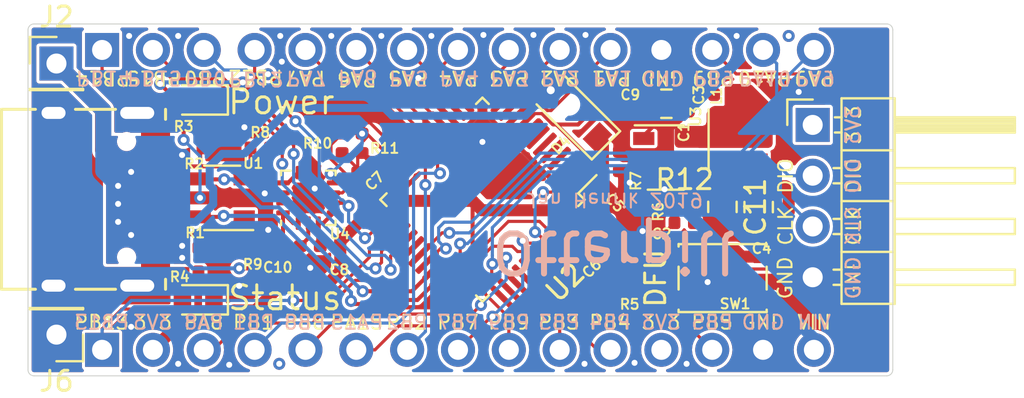
<source format=kicad_pcb>
(kicad_pcb (version 20171130) (host pcbnew 5.0.1)
  (layers (0 F.Cu signal) (31 B.Cu signal) (34 B.Paste user) (35 F.Paste user) (36 B.SilkS user) (37 F.SilkS user) (38 B.Mask user) (39 F.Mask user) (44 Edge.Cuts user))
  (net 0 "")
  (net 1 GND)
  (net 2 VBUS)
  (net 3 "Net-(C3-Pad2)")
  (net 4 "Net-(C3-Pad1)")
  (net 5 +3V3)
  (net 6 "Net-(D1-Pad1)")
  (net 7 "Net-(D2-Pad1)")
  (net 8 "Net-(J1-PadA8)")
  (net 9 "Net-(J1-PadB8)")
  (net 10 "Net-(R5-Pad1)")
  (net 11 "Net-(R6-Pad2)")
  (net 12 "Net-(U2-Pad7)")
  (net 13 "Net-(U2-Pad6)")
  (net 14 "Net-(U2-Pad5)")
  (net 15 "Net-(U2-Pad4)")
  (net 16 "Net-(U2-Pad3)")
  (net 17 SWCLK)
  (net 18 SWDIO)
  (net 19 CC2)
  (net 20 CC1)
  (net 21 "Net-(R8-Pad2)")
  (net 22 "Net-(R9-Pad2)")
  (net 23 INT_N)
  (net 24 SDA)
  (net 25 SCL)
  (net 26 "Net-(U4-Pad13)")
  (net 27 "Net-(U4-Pad12)")
  (net 28 USB_P)
  (net 29 USB_N)
  (net 30 VIN)
  (net 31 315)
  (net 32 314)
  (net 33 313)
  (net 34 311)
  (net 35 310)
  (net 36 39)
  (net 37 38)
  (net 38 37)
  (net 39 36)
  (net 40 35)
  (net 41 33)
  (net 42 32)
  (net 43 31)
  (net 44 413)
  (net 45 411)
  (net 46 410)
  (net 47 49)
  (net 48 48)
  (net 49 47)
  (net 50 46)
  (net 51 45)
  (net 52 44)
  (net 53 43)
  (net 54 41)
  (net 55 312)
  (net 56 "Net-(R12-Pad2)")
  (module Capacitor_SMD:C_0805_2012Metric (layer F.Cu) (at 54.69 28.95 270)
    (fp_text reference C11 (at 0 -1.65 270) (layer F.SilkS))
    (fp_text value "10u 25V")
    (pad 1 smd roundrect (at -0.9375 0 270) (size 0.975 1.4) (layers F.Cu F.Paste F.Mask) (net 5 +3V3))
    (pad 2 smd roundrect (at 0.9375 0 270) (size 0.975 1.4) (layers F.Cu F.Paste F.Mask) (net 1 GND))
  )
  (module Resistor_SMD:R_0402_1005Metric (layer F.Cu) (at 52.8 28.75)
    (fp_text reference R12 (at 0 -1.17) (layer F.SilkS))
    (fp_text value 10k)
    (pad 1 smd roundrect (at -0.485 0) (size 0.59 0.64) (layers F.Cu F.Paste F.Mask) (net 30 VIN))
    (pad 2 smd roundrect (at 0.485 0) (size 0.59 0.64) (layers F.Cu F.Paste F.Mask) (net 56 "Net-(R12-Pad2)"))
  )
  (module Connector_PinHeader_2.54mm:PinHeader_1x01_P2.54mm_Vertical (layer F.Cu) (at 21.42 21.78)
    (fp_text reference J2 (at 0 -2.33) (layer F.SilkS))
    (fp_text value VBUS)
    (pad 1 thru_hole rect (at 0 0) (size 1.7 1.7) (drill 1) (layers *.Cu *.Mask) (net 2 VBUS))
  )
  (module Connector_PinHeader_2.54mm:PinHeader_1x01_P2.54mm_Vertical (layer F.Cu) (at 21.42 35.34 180)
    (fp_text reference J6 (at 0 -2.33 180) (layer F.SilkS))
    (fp_text value GND)
    (pad 1 thru_hole rect (at 0 0 180) (size 1.7 1.7) (drill 1) (layers *.Cu *.Mask) (net 1 GND))
  )
  (module Package_QFP:LQFP-48_7x7mm_P0.5mm (layer F.Cu) (at 42.7 28.589949 225)
    (fp_text reference U2 (at 0 -5.85 225) (layer F.SilkS))
    (fp_text value STM32F072C8Tx)
    (pad 1 smd roundrect (at -4.1625 -2.75 225) (size 1.475 0.3) (layers F.Cu F.Paste F.Mask) (net 5 +3V3))
    (pad 2 smd roundrect (at -4.1625 -2.25 225) (size 1.475 0.3) (layers F.Cu F.Paste F.Mask) (net 10 "Net-(R5-Pad1)"))
    (pad 3 smd roundrect (at -4.1625 -1.75 225) (size 1.475 0.3) (layers F.Cu F.Paste F.Mask) (net 16 "Net-(U2-Pad3)"))
    (pad 4 smd roundrect (at -4.1625 -1.249999 225) (size 1.475 0.3) (layers F.Cu F.Paste F.Mask) (net 15 "Net-(U2-Pad4)"))
    (pad 5 smd roundrect (at -4.1625 -0.75 225) (size 1.475 0.3) (layers F.Cu F.Paste F.Mask) (net 14 "Net-(U2-Pad5)"))
    (pad 6 smd roundrect (at -4.1625 -0.25 225) (size 1.475 0.3) (layers F.Cu F.Paste F.Mask) (net 13 "Net-(U2-Pad6)"))
    (pad 7 smd roundrect (at -4.1625 0.25 225) (size 1.475 0.3) (layers F.Cu F.Paste F.Mask) (net 12 "Net-(U2-Pad7)"))
    (pad 8 smd roundrect (at -4.1625 0.75 225) (size 1.475 0.3) (layers F.Cu F.Paste F.Mask) (net 1 GND))
    (pad 9 smd roundrect (at -4.1625 1.249999 225) (size 1.475 0.3) (layers F.Cu F.Paste F.Mask) (net 5 +3V3))
    (pad 10 smd roundrect (at -4.1625 1.75 225) (size 1.475 0.3) (layers F.Cu F.Paste F.Mask) (net 55 312))
    (pad 11 smd roundrect (at -4.1625 2.25 225) (size 1.475 0.3) (layers F.Cu F.Paste F.Mask) (net 34 311))
    (pad 12 smd roundrect (at -4.1625 2.75 225) (size 1.475 0.3) (layers F.Cu F.Paste F.Mask) (net 35 310))
    (pad 13 smd roundrect (at -2.75 4.1625 225) (size 0.3 1.475) (layers F.Cu F.Paste F.Mask) (net 36 39))
    (pad 14 smd roundrect (at -2.25 4.1625 225) (size 0.3 1.475) (layers F.Cu F.Paste F.Mask) (net 37 38))
    (pad 15 smd roundrect (at -1.75 4.1625 225) (size 0.3 1.475) (layers F.Cu F.Paste F.Mask) (net 38 37))
    (pad 16 smd roundrect (at -1.249999 4.1625 225) (size 0.3 1.475) (layers F.Cu F.Paste F.Mask) (net 39 36))
    (pad 17 smd roundrect (at -0.75 4.1625 225) (size 0.3 1.475) (layers F.Cu F.Paste F.Mask) (net 40 35))
    (pad 18 smd roundrect (at -0.25 4.1625 225) (size 0.3 1.475) (layers F.Cu F.Paste F.Mask) (net 41 33))
    (pad 19 smd roundrect (at 0.25 4.1625 225) (size 0.3 1.475) (layers F.Cu F.Paste F.Mask) (net 52 44))
    (pad 20 smd roundrect (at 0.75 4.1625 225) (size 0.3 1.475) (layers F.Cu F.Paste F.Mask) (net 49 47))
    (pad 21 smd roundrect (at 1.249999 4.1625 225) (size 0.3 1.475) (layers F.Cu F.Paste F.Mask) (net 25 SCL))
    (pad 22 smd roundrect (at 1.75 4.1625 225) (size 0.3 1.475) (layers F.Cu F.Paste F.Mask) (net 24 SDA))
    (pad 23 smd roundrect (at 2.25 4.1625 225) (size 0.3 1.475) (layers F.Cu F.Paste F.Mask) (net 1 GND))
    (pad 24 smd roundrect (at 2.75 4.1625 225) (size 0.3 1.475) (layers F.Cu F.Paste F.Mask) (net 5 +3V3))
    (pad 25 smd roundrect (at 4.1625 2.75 225) (size 1.475 0.3) (layers F.Cu F.Paste F.Mask) (net 23 INT_N))
    (pad 26 smd roundrect (at 4.1625 2.25 225) (size 1.475 0.3) (layers F.Cu F.Paste F.Mask) (net 54 41))
    (pad 27 smd roundrect (at 4.1625 1.75 225) (size 1.475 0.3) (layers F.Cu F.Paste F.Mask) (net 43 31))
    (pad 28 smd roundrect (at 4.1625 1.249999 225) (size 1.475 0.3) (layers F.Cu F.Paste F.Mask) (net 42 32))
    (pad 29 smd roundrect (at 4.1625 0.75 225) (size 1.475 0.3) (layers F.Cu F.Paste F.Mask) (net 53 43))
    (pad 30 smd roundrect (at 4.1625 0.25 225) (size 1.475 0.3) (layers F.Cu F.Paste F.Mask) (net 31 315))
    (pad 31 smd roundrect (at 4.1625 -0.25 225) (size 1.475 0.3) (layers F.Cu F.Paste F.Mask) (net 32 314))
    (pad 32 smd roundrect (at 4.1625 -0.75 225) (size 1.475 0.3) (layers F.Cu F.Paste F.Mask) (net 29 USB_N))
    (pad 33 smd roundrect (at 4.1625 -1.249999 225) (size 1.475 0.3) (layers F.Cu F.Paste F.Mask) (net 28 USB_P))
    (pad 34 smd roundrect (at 4.1625 -1.75 225) (size 1.475 0.3) (layers F.Cu F.Paste F.Mask) (net 18 SWDIO))
    (pad 35 smd roundrect (at 4.1625 -2.25 225) (size 1.475 0.3) (layers F.Cu F.Paste F.Mask) (net 1 GND))
    (pad 36 smd roundrect (at 4.1625 -2.75 225) (size 1.475 0.3) (layers F.Cu F.Paste F.Mask) (net 5 +3V3))
    (pad 37 smd roundrect (at 2.75 -4.1625 225) (size 0.3 1.475) (layers F.Cu F.Paste F.Mask) (net 17 SWCLK))
    (pad 38 smd roundrect (at 2.25 -4.1625 225) (size 0.3 1.475) (layers F.Cu F.Paste F.Mask) (net 50 46))
    (pad 39 smd roundrect (at 1.75 -4.1625 225) (size 0.3 1.475) (layers F.Cu F.Paste F.Mask) (net 46 410))
    (pad 40 smd roundrect (at 1.249999 -4.1625 225) (size 0.3 1.475) (layers F.Cu F.Paste F.Mask) (net 45 411))
    (pad 41 smd roundrect (at 0.75 -4.1625 225) (size 0.3 1.475) (layers F.Cu F.Paste F.Mask) (net 44 413))
    (pad 42 smd roundrect (at 0.25 -4.1625 225) (size 0.3 1.475) (layers F.Cu F.Paste F.Mask) (net 47 49))
    (pad 43 smd roundrect (at -0.25 -4.1625 225) (size 0.3 1.475) (layers F.Cu F.Paste F.Mask) (net 48 48))
    (pad 44 smd roundrect (at -0.75 -4.1625 225) (size 0.3 1.475) (layers F.Cu F.Paste F.Mask) (net 10 "Net-(R5-Pad1)"))
    (pad 45 smd roundrect (at -1.249999 -4.1625 225) (size 0.3 1.475) (layers F.Cu F.Paste F.Mask) (net 51 45))
    (pad 46 smd roundrect (at -1.75 -4.1625 225) (size 0.3 1.475) (layers F.Cu F.Paste F.Mask) (net 33 313))
    (pad 47 smd roundrect (at -2.25 -4.1625 225) (size 0.3 1.475) (layers F.Cu F.Paste F.Mask) (net 1 GND))
    (pad 48 smd roundrect (at -2.75 -4.1625 225) (size 0.3 1.475) (layers F.Cu F.Paste F.Mask) (net 5 +3V3))
  )
  (module Inductor_SMD:L_Taiyo-Yuden_MD-3030 (layer F.Cu) (at 55.6 25.58 270)
    (fp_text reference L1 (at -2.175 1.2 270) (layer F.SilkS) (effects (font (size 0.5 0.5) (thickness 0.1))))
    (fp_text value 4u7)
    (pad 2 smd rect (at 1.1 0 270) (size 0.8 2.7) (layers F.Cu F.Paste F.Mask) (net 5 +3V3))
    (pad 1 smd rect (at -1.1 0 270) (size 0.8 2.7) (layers F.Cu F.Paste F.Mask) (net 3 "Net-(C3-Pad2)"))
  )
  (module Connector_PinHeader_2.54mm:PinHeader_1x15_P2.54mm_Vertical (layer F.Cu) (at 23.7 21.1 90)
    (fp_text reference J3 hide)
    (fp_text value 1)
    (pad 15 thru_hole oval (at 0 35.56 90) (size 1.7 1.7) (drill 1) (layers *.Cu *.Mask) (net 31 315))
    (pad 14 thru_hole oval (at 0 33.02 90) (size 1.7 1.7) (drill 1) (layers *.Cu *.Mask) (net 32 314))
    (pad 13 thru_hole oval (at 0 30.48 90) (size 1.7 1.7) (drill 1) (layers *.Cu *.Mask) (net 33 313))
    (pad 12 thru_hole oval (at 0 27.94 90) (size 1.7 1.7) (drill 1) (layers *.Cu *.Mask) (net 1 GND))
    (pad 11 thru_hole oval (at 0 25.4 90) (size 1.7 1.7) (drill 1) (layers *.Cu *.Mask) (net 34 311))
    (pad 10 thru_hole oval (at 0 22.86 90) (size 1.7 1.7) (drill 1) (layers *.Cu *.Mask) (net 35 310))
    (pad 9 thru_hole oval (at 0 20.32 90) (size 1.7 1.7) (drill 1) (layers *.Cu *.Mask) (net 36 39))
    (pad 8 thru_hole oval (at 0 17.78 90) (size 1.7 1.7) (drill 1) (layers *.Cu *.Mask) (net 37 38))
    (pad 7 thru_hole oval (at 0 15.24 90) (size 1.7 1.7) (drill 1) (layers *.Cu *.Mask) (net 38 37))
    (pad 6 thru_hole oval (at 0 12.7 90) (size 1.7 1.7) (drill 1) (layers *.Cu *.Mask) (net 39 36))
    (pad 5 thru_hole oval (at 0 10.16 90) (size 1.7 1.7) (drill 1) (layers *.Cu *.Mask) (net 40 35))
    (pad 4 thru_hole oval (at 0 7.62 90) (size 1.7 1.7) (drill 1) (layers *.Cu *.Mask) (net 23 INT_N))
    (pad 3 thru_hole oval (at 0 5.08 90) (size 1.7 1.7) (drill 1) (layers *.Cu *.Mask) (net 41 33))
    (pad 2 thru_hole oval (at 0 2.54 90) (size 1.7 1.7) (drill 1) (layers *.Cu *.Mask) (net 42 32))
    (pad 1 thru_hole rect (at 0 0 90) (size 1.7 1.7) (drill 1) (layers *.Cu *.Mask) (net 43 31))
  )
  (module Connector_PinHeader_2.54mm:PinHeader_1x15_P2.54mm_Vertical (layer F.Cu) (at 23.7 36.1 90)
    (fp_text reference J4 hide)
    (fp_text value 2)
    (pad 15 thru_hole oval (at 0 35.56 90) (size 1.7 1.7) (drill 1) (layers *.Cu *.Mask) (net 30 VIN))
    (pad 14 thru_hole oval (at 0 33.02 90) (size 1.7 1.7) (drill 1) (layers *.Cu *.Mask) (net 1 GND))
    (pad 13 thru_hole oval (at 0 30.48 90) (size 1.7 1.7) (drill 1) (layers *.Cu *.Mask) (net 44 413))
    (pad 12 thru_hole oval (at 0 27.94 90) (size 1.7 1.7) (drill 1) (layers *.Cu *.Mask) (net 5 +3V3))
    (pad 11 thru_hole oval (at 0 25.4 90) (size 1.7 1.7) (drill 1) (layers *.Cu *.Mask) (net 45 411))
    (pad 10 thru_hole oval (at 0 22.86 90) (size 1.7 1.7) (drill 1) (layers *.Cu *.Mask) (net 46 410))
    (pad 9 thru_hole oval (at 0 20.32 90) (size 1.7 1.7) (drill 1) (layers *.Cu *.Mask) (net 47 49))
    (pad 8 thru_hole oval (at 0 17.78 90) (size 1.7 1.7) (drill 1) (layers *.Cu *.Mask) (net 48 48))
    (pad 7 thru_hole oval (at 0 15.24 90) (size 1.7 1.7) (drill 1) (layers *.Cu *.Mask) (net 49 47))
    (pad 6 thru_hole oval (at 0 12.7 90) (size 1.7 1.7) (drill 1) (layers *.Cu *.Mask) (net 50 46))
    (pad 5 thru_hole oval (at 0 10.16 90) (size 1.7 1.7) (drill 1) (layers *.Cu *.Mask) (net 51 45))
    (pad 4 thru_hole oval (at 0 7.62 90) (size 1.7 1.7) (drill 1) (layers *.Cu *.Mask) (net 52 44))
    (pad 3 thru_hole oval (at 0 5.08 90) (size 1.7 1.7) (drill 1) (layers *.Cu *.Mask) (net 53 43))
    (pad 2 thru_hole oval (at 0 2.54 90) (size 1.7 1.7) (drill 1) (layers *.Cu *.Mask) (net 5 +3V3))
    (pad 1 thru_hole rect (at 0 0 90) (size 1.7 1.7) (drill 1) (layers *.Cu *.Mask) (net 54 41))
  )
  (module Button_Switch_SMD:SW_SPST_PTS810 (layer F.Cu) (at 54.7 32.512 180)
    (fp_text reference SW1 (at -0.625 -1.288 180) (layer F.SilkS) (effects (font (size 0.5 0.5) (thickness 0.1))))
    (fp_text value SW_Push)
    (pad 2 smd rect (at 2.075 1.075 180) (size 1.05 0.65) (layers F.Cu F.Paste F.Mask) (net 5 +3V3))
    (pad 2 smd rect (at -2.075 1.075 180) (size 1.05 0.65) (layers F.Cu F.Paste F.Mask) (net 5 +3V3))
    (pad 1 smd rect (at 2.075 -1.075 180) (size 1.05 0.65) (layers F.Cu F.Paste F.Mask) (net 10 "Net-(R5-Pad1)"))
    (pad 1 smd rect (at -2.075 -1.075 180) (size 1.05 0.65) (layers F.Cu F.Paste F.Mask) (net 10 "Net-(R5-Pad1)"))
  )
  (module Diode_SMD:D_SOD-123 (layer F.Cu) (at 47.28 24.28 135)
    (fp_text reference D4 (at -0.65 -1.575 225) (layer F.SilkS) (effects (font (size 0.5 0.5) (thickness 0.1))))
    (fp_text value SS310)
    (pad 2 smd rect (at 1.65 0 135) (size 0.9 1.2) (layers F.Cu F.Paste F.Mask) (net 2 VBUS))
    (pad 1 smd rect (at -1.65 0 135) (size 0.9 1.2) (layers F.Cu F.Paste F.Mask) (net 30 VIN))
  )
  (module Capacitor_SMD:C_0402_1005Metric (layer F.Cu) (at 33.6 31.4 270)
    (fp_text reference C10 (at 0.575 1.125) (layer F.SilkS) (effects (font (size 0.5 0.5) (thickness 0.1))))
    (fp_text value "100n 50V")
    (pad 2 smd roundrect (at 0.485 0 270) (size 0.59 0.64) (layers F.Cu F.Paste F.Mask) (net 1 GND))
    (pad 1 smd roundrect (at -0.485 0 270) (size 0.59 0.64) (layers F.Cu F.Paste F.Mask) (net 2 VBUS))
  )
  (module Capacitor_SMD:C_0402_1005Metric (layer F.Cu) (at 49.26 23.87 315)
    (fp_text reference C9 (at 0.213769 -0.956231) (layer F.SilkS) (effects (font (size 0.5 0.5) (thickness 0.1))))
    (fp_text value "100n 50V")
    (pad 2 smd roundrect (at 0.485 0 315) (size 0.59 0.64) (layers F.Cu F.Paste F.Mask) (net 1 GND))
    (pad 1 smd roundrect (at -0.485 0 315) (size 0.59 0.64) (layers F.Cu F.Paste F.Mask) (net 5 +3V3))
  )
  (module Capacitor_SMD:C_0402_1005Metric (layer F.Cu) (at 34.6 31.4 270)
    (fp_text reference C8 (at 0.7 -0.95) (layer F.SilkS) (effects (font (size 0.5 0.5) (thickness 0.1))))
    (fp_text value "100n 50V")
    (pad 2 smd roundrect (at 0.485 0 270) (size 0.59 0.64) (layers F.Cu F.Paste F.Mask) (net 1 GND))
    (pad 1 smd roundrect (at -0.485 0 270) (size 0.59 0.64) (layers F.Cu F.Paste F.Mask) (net 5 +3V3))
  )
  (module Capacitor_SMD:C_0402_1005Metric (layer F.Cu) (at 36.47 27.7 270)
    (fp_text reference C7 (at -0.035355 -0.848528 45) (layer F.SilkS) (effects (font (size 0.5 0.5) (thickness 0.1))))
    (fp_text value "100n 50V")
    (pad 2 smd roundrect (at 0.485 0 270) (size 0.59 0.64) (layers F.Cu F.Paste F.Mask) (net 1 GND))
    (pad 1 smd roundrect (at -0.485 0 270) (size 0.59 0.64) (layers F.Cu F.Paste F.Mask) (net 5 +3V3))
  )
  (module Capacitor_SMD:C_0402_1005Metric (layer F.Cu) (at 48.9 31.01 180)
    (fp_text reference C6 (at 0.732488 -1.025305 225) (layer F.SilkS) (effects (font (size 0.5 0.5) (thickness 0.1))))
    (fp_text value "100n 50V")
    (pad 2 smd roundrect (at 0.485 0 180) (size 0.59 0.64) (layers F.Cu F.Paste F.Mask) (net 1 GND))
    (pad 1 smd roundrect (at -0.485 0 180) (size 0.59 0.64) (layers F.Cu F.Paste F.Mask) (net 5 +3V3))
  )
  (module Capacitor_SMD:C_0402_1005Metric (layer F.Cu) (at 49.42 29.73)
    (fp_text reference C5 (at -0.106066 -0.989949 -225) (layer F.SilkS) (effects (font (size 0.5 0.5) (thickness 0.1))))
    (fp_text value "100n 50V")
    (pad 2 smd roundrect (at 0.485 0) (size 0.59 0.64) (layers F.Cu F.Paste F.Mask) (net 1 GND))
    (pad 1 smd roundrect (at -0.485 0) (size 0.59 0.64) (layers F.Cu F.Paste F.Mask) (net 5 +3V3))
  )
  (module Capacitor_SMD:C_0402_1005Metric (layer F.Cu) (at 54.76 23.33)
    (fp_text reference C3 (at -1.25 0.025 90) (layer F.SilkS) (effects (font (size 0.5 0.5) (thickness 0.1))))
    (fp_text value "100n 50V")
    (pad 2 smd roundrect (at 0.485 0) (size 0.59 0.64) (layers F.Cu F.Paste F.Mask) (net 3 "Net-(C3-Pad2)"))
    (pad 1 smd roundrect (at -0.485 0) (size 0.59 0.64) (layers F.Cu F.Paste F.Mask) (net 4 "Net-(C3-Pad1)"))
  )
  (module Capacitor_SMD:C_0402_1005Metric (layer F.Cu) (at 51.2 29 270)
    (fp_text reference C2 (at 1.3 -0.45) (layer F.SilkS) (effects (font (size 0.5 0.5) (thickness 0.1))))
    (fp_text value "100n 50V")
    (pad 2 smd roundrect (at 0.485 0 270) (size 0.59 0.64) (layers F.Cu F.Paste F.Mask) (net 1 GND))
    (pad 1 smd roundrect (at -0.485 0 270) (size 0.59 0.64) (layers F.Cu F.Paste F.Mask) (net 30 VIN))
  )
  (module Resistor_SMD:R_0402_1005Metric (layer F.Cu) (at 36.69 25.770001 90)
    (fp_text reference R11 (at -0.25 1.125 -180) (layer F.SilkS) (effects (font (size 0.5 0.5) (thickness 0.1))))
    (fp_text value 3k3)
    (pad 2 smd roundrect (at 0.485 0 90) (size 0.59 0.64) (layers F.Cu F.Paste F.Mask) (net 24 SDA))
    (pad 1 smd roundrect (at -0.485 0 90) (size 0.59 0.64) (layers F.Cu F.Paste F.Mask) (net 5 +3V3))
  )
  (module Resistor_SMD:R_0402_1005Metric (layer F.Cu) (at 35.69 25.770001 90)
    (fp_text reference R10 (at 0 -1.225 -180) (layer F.SilkS) (effects (font (size 0.5 0.5) (thickness 0.1))))
    (fp_text value 3k3)
    (pad 2 smd roundrect (at 0.485 0 90) (size 0.59 0.64) (layers F.Cu F.Paste F.Mask) (net 25 SCL))
    (pad 1 smd roundrect (at -0.485 0 90) (size 0.59 0.64) (layers F.Cu F.Paste F.Mask) (net 5 +3V3))
  )
  (module Resistor_SMD:R_0402_1005Metric (layer F.Cu) (at 31.6 31)
    (fp_text reference R9 (at -0.375 0.825) (layer F.SilkS) (effects (font (size 0.5 0.5) (thickness 0.1))))
    (fp_text value 0)
    (pad 2 smd roundrect (at 0.485 0) (size 0.59 0.64) (layers F.Cu F.Paste F.Mask) (net 22 "Net-(R9-Pad2)"))
    (pad 1 smd roundrect (at -0.485 0) (size 0.59 0.64) (layers F.Cu F.Paste F.Mask) (net 19 CC2))
  )
  (module Resistor_SMD:R_0402_1005Metric (layer F.Cu) (at 31.6 26)
    (fp_text reference R8 (at 0 -0.775) (layer F.SilkS) (effects (font (size 0.5 0.5) (thickness 0.1))))
    (fp_text value 0)
    (pad 2 smd roundrect (at 0.485 0) (size 0.59 0.64) (layers F.Cu F.Paste F.Mask) (net 21 "Net-(R8-Pad2)"))
    (pad 1 smd roundrect (at -0.485 0) (size 0.59 0.64) (layers F.Cu F.Paste F.Mask) (net 20 CC1))
  )
  (module Resistor_SMD:R_0402_1005Metric (layer F.Cu) (at 49.54 26.68 90)
    (fp_text reference R7 (at -0.975 0.825 90) (layer F.SilkS) (effects (font (size 0.5 0.5) (thickness 0.1))))
    (fp_text value 3k3)
    (pad 2 smd roundrect (at 0.485 0 90) (size 0.59 0.64) (layers F.Cu F.Paste F.Mask) (net 1 GND))
    (pad 1 smd roundrect (at -0.485 0 90) (size 0.59 0.64) (layers F.Cu F.Paste F.Mask) (net 11 "Net-(R6-Pad2)"))
  )
  (module Resistor_SMD:R_0402_1005Metric (layer F.Cu) (at 52.78 29.74 180)
    (fp_text reference R6 (at 1.3 0.55 -90) (layer F.SilkS) (effects (font (size 0.5 0.5) (thickness 0.1))))
    (fp_text value 10k)
    (pad 2 smd roundrect (at 0.485 0 180) (size 0.59 0.64) (layers F.Cu F.Paste F.Mask) (net 11 "Net-(R6-Pad2)"))
    (pad 1 smd roundrect (at -0.485 0 180) (size 0.59 0.64) (layers F.Cu F.Paste F.Mask) (net 5 +3V3))
  )
  (module Resistor_SMD:R_0402_1005Metric (layer F.Cu) (at 51 33.1 90)
    (fp_text reference R5 (at -0.725 -0.946 180) (layer F.SilkS) (effects (font (size 0.5 0.5) (thickness 0.1))))
    (fp_text value 3k3)
    (pad 2 smd roundrect (at 0.485 0 90) (size 0.59 0.64) (layers F.Cu F.Paste F.Mask) (net 1 GND))
    (pad 1 smd roundrect (at -0.485 0 90) (size 0.59 0.64) (layers F.Cu F.Paste F.Mask) (net 10 "Net-(R5-Pad1)"))
  )
  (module Resistor_SMD:R_0402_1005Metric (layer F.Cu) (at 29 32.2)
    (fp_text reference R4 (at -1.425 0.25) (layer F.SilkS) (effects (font (size 0.5 0.5) (thickness 0.1))))
    (fp_text value 3k3)
    (pad 2 smd roundrect (at 0.485 0) (size 0.59 0.64) (layers F.Cu F.Paste F.Mask) (net 1 GND))
    (pad 1 smd roundrect (at -0.485 0) (size 0.59 0.64) (layers F.Cu F.Paste F.Mask) (net 7 "Net-(D2-Pad1)"))
  )
  (module Resistor_SMD:R_0402_1005Metric (layer F.Cu) (at 29.2 24.9)
    (fp_text reference R3 (at -1.425 0.025) (layer F.SilkS) (effects (font (size 0.5 0.5) (thickness 0.1))))
    (fp_text value 3k3)
    (pad 2 smd roundrect (at 0.485 0) (size 0.59 0.64) (layers F.Cu F.Paste F.Mask) (net 1 GND))
    (pad 1 smd roundrect (at -0.485 0) (size 0.59 0.64) (layers F.Cu F.Paste F.Mask) (net 6 "Net-(D1-Pad1)"))
  )
  (module Resistor_SMD:R_0402_1005Metric (layer F.Cu) (at 29.2 26 180)
    (fp_text reference R2 (at 0.9 -0.8 180) (layer F.SilkS) (effects (font (size 0.5 0.5) (thickness 0.1))))
    (fp_text value DNP)
    (pad 2 smd roundrect (at 0.485 0 180) (size 0.59 0.64) (layers F.Cu F.Paste F.Mask) (net 20 CC1))
    (pad 1 smd roundrect (at -0.485 0 180) (size 0.59 0.64) (layers F.Cu F.Paste F.Mask) (net 1 GND))
  )
  (module Resistor_SMD:R_0402_1005Metric (layer F.Cu) (at 29 31 180)
    (fp_text reference R1 (at 0.65 0.75 180) (layer F.SilkS) (effects (font (size 0.5 0.5) (thickness 0.1))))
    (fp_text value DNP)
    (pad 2 smd roundrect (at 0.485 0 180) (size 0.59 0.64) (layers F.Cu F.Paste F.Mask) (net 19 CC2))
    (pad 1 smd roundrect (at -0.485 0 180) (size 0.59 0.64) (layers F.Cu F.Paste F.Mask) (net 1 GND))
  )
  (module Package_DFN_QFN:WQFN-14-1EP_2.5x2.5mm_P0.5mm_EP1.45x1.45mm (layer F.Cu) (at 34 28.5 90)
    (fp_text reference U4 (at -1.8 1.575 180) (layer F.SilkS) (effects (font (size 0.5 0.5) (thickness 0.1))))
    (fp_text value FUSB302BMPX)
    (pad 14 smd roundrect (at -0.75 -1.2625 90) (size 0.25 0.675) (layers F.Cu F.Paste F.Mask) (net 22 "Net-(R9-Pad2)"))
    (pad 13 smd roundrect (at -0.25 -1.2625 90) (size 0.25 0.675) (layers F.Cu F.Paste F.Mask) (net 26 "Net-(U4-Pad13)"))
    (pad 12 smd roundrect (at 0.25 -1.2625 90) (size 0.25 0.675) (layers F.Cu F.Paste F.Mask) (net 27 "Net-(U4-Pad12)"))
    (pad 11 smd roundrect (at 0.75 -1.2625 90) (size 0.25 0.675) (layers F.Cu F.Paste F.Mask) (net 21 "Net-(R8-Pad2)"))
    (pad 10 smd roundrect (at 1.2625 -0.5 90) (size 0.675 0.25) (layers F.Cu F.Paste F.Mask) (net 21 "Net-(R8-Pad2)"))
    (pad 9 smd roundrect (at 1.2625 0 90) (size 0.675 0.25) (layers F.Cu F.Paste F.Mask) (net 1 GND))
    (pad 8 smd roundrect (at 1.2625 0.5 90) (size 0.675 0.25) (layers F.Cu F.Paste F.Mask) (net 1 GND))
    (pad 7 smd roundrect (at 0.75 1.2625 90) (size 0.25 0.675) (layers F.Cu F.Paste F.Mask) (net 24 SDA))
    (pad 6 smd roundrect (at 0.25 1.2625 90) (size 0.25 0.675) (layers F.Cu F.Paste F.Mask) (net 25 SCL))
    (pad 5 smd roundrect (at -0.25 1.2625 90) (size 0.25 0.675) (layers F.Cu F.Paste F.Mask) (net 23 INT_N))
    (pad 4 smd roundrect (at -0.75 1.2625 90) (size 0.25 0.675) (layers F.Cu F.Paste F.Mask) (net 5 +3V3))
    (pad 3 smd roundrect (at -1.2625 0.5 90) (size 0.675 0.25) (layers F.Cu F.Paste F.Mask) (net 5 +3V3))
    (pad 2 smd roundrect (at -1.2625 0 90) (size 0.675 0.25) (layers F.Cu F.Paste F.Mask) (net 2 VBUS))
    (pad 1 smd roundrect (at -1.2625 -0.5 90) (size 0.675 0.25) (layers F.Cu F.Paste F.Mask) (net 22 "Net-(R9-Pad2)"))
    (pad 15 smd roundrect (at 0 0 90) (size 1.45 1.45) (layers F.Cu F.Mask) (roundrect_rratio 0.172414) (net 1 GND))
  )
  (module Connector_PinHeader_2.54mm:PinHeader_1x04_P2.54mm_Horizontal (layer F.Cu) (at 59.2 24.85)
    (fp_text reference J5 hide)
    (fp_text value SWD)
    (pad 4 thru_hole oval (at 0 7.62) (size 1.7 1.7) (drill 1) (layers *.Cu *.Mask) (net 1 GND))
    (pad 3 thru_hole oval (at 0 5.08) (size 1.7 1.7) (drill 1) (layers *.Cu *.Mask) (net 17 SWCLK))
    (pad 2 thru_hole oval (at 0 2.54) (size 1.7 1.7) (drill 1) (layers *.Cu *.Mask) (net 18 SWDIO))
    (pad 1 thru_hole rect (at 0 0) (size 1.7 1.7) (drill 1) (layers *.Cu *.Mask) (net 5 +3V3))
  )
  (module Package_TO_SOT_SMD:SOT-23-6 (layer F.Cu) (at 51.86 26.48)
    (fp_text reference U3 (at 1.5 -2.05 -270) (layer F.SilkS) (effects (font (size 0.5 0.5) (thickness 0.1))))
    (fp_text value SY8201)
    (pad 5 smd rect (at 1.1 0) (size 1.06 0.65) (layers F.Cu F.Paste F.Mask) (net 30 VIN))
    (pad 6 smd rect (at 1.1 -0.95) (size 1.06 0.65) (layers F.Cu F.Paste F.Mask) (net 3 "Net-(C3-Pad2)"))
    (pad 4 smd rect (at 1.1 0.95) (size 1.06 0.65) (layers F.Cu F.Paste F.Mask) (net 56 "Net-(R12-Pad2)"))
    (pad 3 smd rect (at -1.1 0.95) (size 1.06 0.65) (layers F.Cu F.Paste F.Mask) (net 11 "Net-(R6-Pad2)"))
    (pad 2 smd rect (at -1.1 0) (size 1.06 0.65) (layers F.Cu F.Paste F.Mask) (net 1 GND))
    (pad 1 smd rect (at -1.1 -0.95) (size 1.06 0.65) (layers F.Cu F.Paste F.Mask) (net 4 "Net-(C3-Pad1)"))
  )
  (module Package_TO_SOT_SMD:SOT-23-6 (layer F.Cu) (at 29.7 28.5 180)
    (fp_text reference U1 (at -1.55 1.725 180) (layer F.SilkS) (effects (font (size 0.5 0.5) (thickness 0.1))))
    (fp_text value USBLC6-4)
    (pad 5 smd rect (at 1.1 0 180) (size 1.06 0.65) (layers F.Cu F.Paste F.Mask) (net 5 +3V3))
    (pad 6 smd rect (at 1.1 -0.95 180) (size 1.06 0.65) (layers F.Cu F.Paste F.Mask) (net 28 USB_P))
    (pad 4 smd rect (at 1.1 0.95 180) (size 1.06 0.65) (layers F.Cu F.Paste F.Mask) (net 29 USB_N))
    (pad 3 smd rect (at -1.1 0.95 180) (size 1.06 0.65) (layers F.Cu F.Paste F.Mask) (net 20 CC1))
    (pad 2 smd rect (at -1.1 0 180) (size 1.06 0.65) (layers F.Cu F.Paste F.Mask) (net 1 GND))
    (pad 1 smd rect (at -1.1 -0.95 180) (size 1.06 0.65) (layers F.Cu F.Paste F.Mask) (net 19 CC2))
  )
  (module "otter:USB-C 16Pin" (layer F.Cu) (at 26.369999 28.57 270)
    (fp_text reference J1 hide)
    (fp_text value USB-c)
    (pad S1 thru_hole oval (at -4.32 0.915 270) (size 1 2.1) (drill oval 0.6 1.7) (layers *.Cu *.Mask) (net 1 GND))
    (pad S1 thru_hole oval (at 4.32 0.915 270) (size 1 2.1) (drill oval 0.6 1.7) (layers *.Cu *.Mask) (net 1 GND))
    (pad S1 thru_hole oval (at -4.32 5.095 270) (size 1 1.6) (drill oval 0.6 1.2) (layers *.Cu *.Mask) (net 1 GND))
    (pad S1 thru_hole oval (at 4.32 5.095 270) (size 1 1.6) (drill oval 0.6 1.2) (layers *.Cu *.Mask) (net 1 GND))
    (pad "" np_thru_hole circle (at 2.89 1.445 270) (size 0.65 0.65) (drill 0.65) (layers *.Cu *.Mask))
    (pad "" np_thru_hole circle (at -2.89 1.445 270) (size 0.65 0.65) (drill 0.65) (layers *.Cu *.Mask))
    (pad B1 smd rect (at 3.2 0 270) (size 0.6 1.45) (layers F.Cu F.Paste F.Mask) (net 1 GND))
    (pad B4 smd rect (at 2.4 0 270) (size 0.6 1.45) (layers F.Cu F.Paste F.Mask) (net 2 VBUS))
    (pad B5 smd rect (at 1.75 0 270) (size 0.3 1.45) (layers F.Cu F.Paste F.Mask) (net 19 CC2))
    (pad A8 smd rect (at 1.25 0 270) (size 0.3 1.45) (layers F.Cu F.Paste F.Mask) (net 8 "Net-(J1-PadA8)"))
    (pad B6 smd rect (at 0.75 0 270) (size 0.3 1.45) (layers F.Cu F.Paste F.Mask) (net 28 USB_P))
    (pad A7 smd rect (at 0.25 0 270) (size 0.3 1.45) (layers F.Cu F.Paste F.Mask) (net 29 USB_N))
    (pad A6 smd rect (at -0.25 0 270) (size 0.3 1.45) (layers F.Cu F.Paste F.Mask) (net 28 USB_P))
    (pad B7 smd rect (at -0.75 0 270) (size 0.3 1.45) (layers F.Cu F.Paste F.Mask) (net 29 USB_N))
    (pad A5 smd rect (at -1.25 0 270) (size 0.3 1.45) (layers F.Cu F.Paste F.Mask) (net 20 CC1))
    (pad B8 smd rect (at -1.75 0 270) (size 0.3 1.45) (layers F.Cu F.Paste F.Mask) (net 9 "Net-(J1-PadB8)"))
    (pad A4 smd rect (at -2.4 0 270) (size 0.6 1.45) (layers F.Cu F.Paste F.Mask) (net 2 VBUS))
    (pad A1 smd rect (at -3.2 0 270) (size 0.6 1.45) (layers F.Cu F.Paste F.Mask) (net 1 GND))
  )
  (module LED_SMD:LED_0603_1608Metric (layer F.Cu) (at 28.5 33.6 180)
    (fp_text reference D2 hide)
    (fp_text value "LED GREEN")
    (pad 2 smd roundrect (at 0.7875 0 180) (size 0.875 0.95) (layers F.Cu F.Paste F.Mask) (net 54 41))
    (pad 1 smd roundrect (at -0.7875 0 180) (size 0.875 0.95) (layers F.Cu F.Paste F.Mask) (net 7 "Net-(D2-Pad1)"))
  )
  (module LED_SMD:LED_0603_1608Metric (layer F.Cu) (at 28.5 23.6 180)
    (fp_text reference D1 hide)
    (fp_text value "LED RED")
    (pad 2 smd roundrect (at 0.7875 0 180) (size 0.875 0.95) (layers F.Cu F.Paste F.Mask) (net 5 +3V3))
    (pad 1 smd roundrect (at -0.7875 0 180) (size 0.875 0.95) (layers F.Cu F.Paste F.Mask) (net 6 "Net-(D1-Pad1)"))
  )
  (module Capacitor_SMD:C_0805_2012Metric (layer F.Cu) (at 56.5 28.96 270)
    (fp_text reference C4 (at 2.075 -0.15) (layer F.SilkS) (effects (font (size 0.5 0.5) (thickness 0.1))))
    (fp_text value "10u 25V")
    (pad 2 smd roundrect (at 0.9375 0 270) (size 0.975 1.4) (layers F.Cu F.Paste F.Mask) (net 1 GND))
    (pad 1 smd roundrect (at -0.9375 0 270) (size 0.975 1.4) (layers F.Cu F.Paste F.Mask) (net 5 +3V3))
  )
  (module Capacitor_SMD:C_0805_2012Metric (layer F.Cu) (at 51.89 23.79 180)
    (fp_text reference C1 (at -0.875 -1.425 -90) (layer F.SilkS) (effects (font (size 0.5 0.5) (thickness 0.1))))
    (fp_text value "10u 25V")
    (pad 2 smd roundrect (at 0.9375 0 180) (size 0.975 1.4) (layers F.Cu F.Paste F.Mask) (net 1 GND))
    (pad 1 smd roundrect (at -0.9375 0 180) (size 0.975 1.4) (layers F.Cu F.Paste F.Mask) (net 30 VIN))
  )
  (gr_text "Otterpill\n" (at 49.3 31.19 180) (layer B.SilkS) (effects (font (size 2 2) (thickness 0.3)) (justify mirror)))
  (gr_text "Jan Henrik 2019" (at 49.3 28.6 180) (layer B.SilkS) (effects (font (size 0.7 0.7) (thickness 0.1)) (justify mirror)))
  (gr_text 3V3 (at 61.2 24.85 90) (layer B.SilkS) (effects (font (size 0.7 0.7) (thickness 0.1)) (justify mirror)))
  (gr_text DIO (at 61.2 27.4 90) (layer B.SilkS) (effects (font (size 0.7 0.7) (thickness 0.1)) (justify mirror)))
  (gr_text CLK (at 61.2 29.9 90) (layer B.SilkS) (effects (font (size 0.7 0.7) (thickness 0.1)) (justify mirror)))
  (gr_text GND (at 61.225 32.5 90) (layer B.SilkS) (effects (font (size 0.7 0.7) (thickness 0.1)) (justify mirror)))
  (gr_text GND (at 51.725 22.5 180) (layer B.SilkS) (effects (font (size 0.7 0.7) (thickness 0.1)) (justify mirror)))
  (gr_text PB0 (at 28.875 22.5 180) (layer B.SilkS) (effects (font (size 0.7 0.7) (thickness 0.1)) (justify mirror)))
  (gr_text PB9 (at 54.275 22.5 180) (layer B.SilkS) (effects (font (size 0.7 0.7) (thickness 0.1)) (justify mirror)))
  (gr_text PB12 (at 31.4 22.55 180) (layer B.SilkS) (effects (font (size 0.7 0.7) (thickness 0.1)) (justify mirror)))
  (gr_text PA6 (at 36.475 22.45 180) (layer B.SilkS) (effects (font (size 0.7 0.7) (thickness 0.1)) (justify mirror)))
  (gr_text PA10 (at 56.825 22.5 180) (layer B.SilkS) (effects (font (size 0.7 0.7) (thickness 0.1)) (justify mirror)))
  (gr_text PA1 (at 49.2 22.5 180) (layer B.SilkS) (effects (font (size 0.7 0.7) (thickness 0.1)) (justify mirror)))
  (gr_text PA5 (at 39.025 22.5 180) (layer B.SilkS) (effects (font (size 0.7 0.7) (thickness 0.1)) (justify mirror)))
  (gr_text PB14 (at 23.775 22.5 180) (layer B.SilkS) (effects (font (size 0.7 0.7) (thickness 0.1)) (justify mirror)))
  (gr_text PA3 (at 44.075 22.5 180) (layer B.SilkS) (effects (font (size 0.7 0.7) (thickness 0.1)) (justify mirror)))
  (gr_text PA9 (at 59.325 22.5 180) (layer B.SilkS) (effects (font (size 0.7 0.7) (thickness 0.1)) (justify mirror)))
  (gr_text PB15 (at 26.325 22.5 180) (layer B.SilkS) (effects (font (size 0.7 0.7) (thickness 0.1)) (justify mirror)))
  (gr_text PA4 (at 41.55 22.5 180) (layer B.SilkS) (effects (font (size 0.7 0.7) (thickness 0.1)) (justify mirror)))
  (gr_text PA7 (at 33.9 22.5 180) (layer B.SilkS) (effects (font (size 0.7 0.7) (thickness 0.1)) (justify mirror)))
  (gr_text PA2 (at 46.6 22.5 180) (layer B.SilkS) (effects (font (size 0.7 0.7) (thickness 0.1)) (justify mirror)))
  (gr_text PB7 (at 41.475 34.725) (layer B.SilkS) (effects (font (size 0.7 0.7) (thickness 0.1)) (justify mirror)))
  (gr_text GND (at 56.725 34.725) (layer B.SilkS) (effects (font (size 0.7 0.7) (thickness 0.1)) (justify mirror)))
  (gr_text PB1 (at 31.275 34.725) (layer B.SilkS) (effects (font (size 0.7 0.7) (thickness 0.1)) (justify mirror)))
  (gr_text PA8 (at 28.775 34.725) (layer B.SilkS) (effects (font (size 0.7 0.7) (thickness 0.1)) (justify mirror)))
  (gr_text PB3 (at 46.525 34.725) (layer B.SilkS) (effects (font (size 0.7 0.7) (thickness 0.1)) (justify mirror)))
  (gr_text 3V3 (at 51.625 34.725) (layer B.SilkS) (effects (font (size 0.7 0.7) (thickness 0.1)) (justify mirror)))
  (gr_text PB5 (at 54.175 34.725) (layer B.SilkS) (effects (font (size 0.7 0.7) (thickness 0.1)) (justify mirror)))
  (gr_text PB4 (at 49.075 34.725) (layer B.SilkS) (effects (font (size 0.7 0.7) (thickness 0.1)) (justify mirror)))
  (gr_text PA15 (at 36.425 34.725) (layer B.SilkS) (effects (font (size 0.7 0.7) (thickness 0.1)) (justify mirror)))
  (gr_text PB2 (at 38.925 34.725) (layer B.SilkS) (effects (font (size 0.7 0.7) (thickness 0.1)) (justify mirror)))
  (gr_text VIN (at 59.275 34.725) (layer B.SilkS) (effects (font (size 0.7 0.7) (thickness 0.1)) (justify mirror)))
  (gr_text PB8 (at 33.825 34.725) (layer B.SilkS) (effects (font (size 0.7 0.7) (thickness 0.1)) (justify mirror)))
  (gr_text PB9 (at 44.025 34.725) (layer B.SilkS) (effects (font (size 0.7 0.7) (thickness 0.1)) (justify mirror)))
  (gr_text PB13 (at 23.675 34.725) (layer B.SilkS) (effects (font (size 0.7 0.7) (thickness 0.1)) (justify mirror)))
  (gr_text 3V3 (at 26.225 34.725) (layer B.SilkS) (effects (font (size 0.7 0.7) (thickness 0.1)) (justify mirror)))
  (gr_text PB0 (at 28.825 22.5 180) (layer F.SilkS) (effects (font (size 0.7 0.7) (thickness 0.1))))
  (gr_text PB14 (at 23.725 22.5 180) (layer F.SilkS) (effects (font (size 0.7 0.7) (thickness 0.1))))
  (gr_text PB15 (at 26.275 22.5 180) (layer F.SilkS) (effects (font (size 0.7 0.7) (thickness 0.1))))
  (gr_text PB12 (at 31.35 22.45 180) (layer F.SilkS) (effects (font (size 0.7 0.7) (thickness 0.1))))
  (gr_text PA7 (at 33.85 22.5 180) (layer F.SilkS) (effects (font (size 0.7 0.7) (thickness 0.1))))
  (gr_text PA6 (at 36.425 22.55 180) (layer F.SilkS) (effects (font (size 0.7 0.7) (thickness 0.1))))
  (gr_text PA5 (at 38.975 22.5 180) (layer F.SilkS) (effects (font (size 0.7 0.7) (thickness 0.1))))
  (gr_text PA4 (at 41.5 22.5 180) (layer F.SilkS) (effects (font (size 0.7 0.7) (thickness 0.1))))
  (gr_text PA3 (at 44.025 22.5 180) (layer F.SilkS) (effects (font (size 0.7 0.7) (thickness 0.1))))
  (gr_text PA2 (at 46.55 22.5 180) (layer F.SilkS) (effects (font (size 0.7 0.7) (thickness 0.1))))
  (gr_text PA1 (at 49.15 22.5 180) (layer F.SilkS) (effects (font (size 0.7 0.7) (thickness 0.1))))
  (gr_text GND (at 51.675 22.5 180) (layer F.SilkS) (effects (font (size 0.7 0.7) (thickness 0.1))))
  (gr_text PB9 (at 54.225 22.5 180) (layer F.SilkS) (effects (font (size 0.7 0.7) (thickness 0.1))))
  (gr_text PA10 (at 56.775 22.5 180) (layer F.SilkS) (effects (font (size 0.7 0.7) (thickness 0.1))))
  (gr_text PA9 (at 59.275 22.5 180) (layer F.SilkS) (effects (font (size 0.7 0.7) (thickness 0.1))))
  (gr_text VIN (at 59.275 34.725) (layer F.SilkS) (effects (font (size 0.7 0.7) (thickness 0.1))))
  (gr_text GND (at 56.725 34.725) (layer F.SilkS) (effects (font (size 0.7 0.7) (thickness 0.1))))
  (gr_text PB5 (at 54.175 34.725) (layer F.SilkS) (effects (font (size 0.7 0.7) (thickness 0.1))))
  (gr_text 3V3 (at 51.625 34.725) (layer F.SilkS) (effects (font (size 0.7 0.7) (thickness 0.1))))
  (gr_text PB4 (at 49.075 34.725) (layer F.SilkS) (effects (font (size 0.7 0.7) (thickness 0.1))))
  (gr_text PB3 (at 46.525 34.725) (layer F.SilkS) (effects (font (size 0.7 0.7) (thickness 0.1))))
  (gr_text PB9 (at 44.025 34.725) (layer F.SilkS) (effects (font (size 0.7 0.7) (thickness 0.1))))
  (gr_text PB7 (at 41.475 34.725) (layer F.SilkS) (effects (font (size 0.7 0.7) (thickness 0.1))))
  (gr_text PB2 (at 38.925 34.725) (layer F.SilkS) (effects (font (size 0.7 0.7) (thickness 0.1))))
  (gr_text PA15 (at 36.425 34.725) (layer F.SilkS) (effects (font (size 0.7 0.7) (thickness 0.1))))
  (gr_text PB8 (at 33.825 34.725) (layer F.SilkS) (effects (font (size 0.7 0.7) (thickness 0.1))))
  (gr_text PB1 (at 31.275 34.725) (layer F.SilkS) (effects (font (size 0.7 0.7) (thickness 0.1))))
  (gr_text PA8 (at 28.775 34.725) (layer F.SilkS) (effects (font (size 0.7 0.7) (thickness 0.1))))
  (gr_text PB13 (at 23.675 34.725) (layer F.SilkS) (effects (font (size 0.7 0.7) (thickness 0.1))))
  (gr_text 3V3 (at 26.225 34.725) (layer F.SilkS) (effects (font (size 0.7 0.7) (thickness 0.1))))
  (gr_text DIO (at 57.85 27.4 90) (layer F.SilkS) (effects (font (size 0.7 0.7) (thickness 0.1))))
  (gr_text CLK (at 57.85 29.9 90) (layer F.SilkS) (effects (font (size 0.7 0.7) (thickness 0.1))))
  (gr_text GND (at 57.825 32.5 90) (layer F.SilkS) (effects (font (size 0.7 0.7) (thickness 0.1))))
  (gr_text CLK (at 61.25 29.9 90) (layer F.SilkS) (effects (font (size 0.7 0.7) (thickness 0.1))))
  (gr_text DIO (at 61.25 27.4 90) (layer F.SilkS) (effects (font (size 0.7 0.7) (thickness 0.1))))
  (gr_text GND (at 61.225 32.5 90) (layer F.SilkS) (effects (font (size 0.7 0.7) (thickness 0.1))))
  (gr_text 3V3 (at 61.25 24.85 90) (layer F.SilkS) (effects (font (size 0.7 0.7) (thickness 0.1))))
  (gr_text DFU (at 51.35 32.52 90) (layer F.SilkS) (effects (font (size 1 1))))
  (gr_text Status (at 29.9 33.5) (layer F.SilkS) (effects (font (size 1.2 1.2)) (justify left)))
  (gr_text Power (at 29.9 23.7) (layer F.SilkS) (effects (font (size 1.2 1.2)) (justify left)))
  (gr_arc (start 62.9 37.1) (end 62.9 37.4) (angle -90) (layer Edge.Cuts) (width 0.05))
  (gr_arc (start 62.9 20.1) (end 63.2 20.1) (angle -90) (layer Edge.Cuts) (width 0.05))
  (gr_arc (start 20.3 20.1) (end 20.3 19.8) (angle -90) (layer Edge.Cuts) (width 0.05))
  (gr_arc (start 20.3 37.1) (end 20 37.1) (angle -90) (layer Edge.Cuts) (width 0.05))
  (gr_line (start 20 37.1) (end 20 20.1) (layer Edge.Cuts) (width 0.05))
  (gr_line (start 62.9 37.4) (end 20.3 37.4) (layer Edge.Cuts) (width 0.05))
  (gr_line (start 63.2 20.1) (end 63.2 37.1) (layer Edge.Cuts) (width 0.05))
  (gr_line (start 20.3 19.8) (end 62.9 19.8) (layer Edge.Cuts) (width 0.05))
  (via (at 50.3 36.75) (size 0.6) (drill 0.3) (layers F.Cu B.Cu) (net 1))
  (via (at 52.9 36.8) (size 0.6) (drill 0.3) (layers F.Cu B.Cu) (net 1))
  (via (at 34.1 32) (size 0.6) (drill 0.3) (layers F.Cu B.Cu) (net 1))
  (via (at 42.7 25.7) (size 0.6) (drill 0.3) (layers F.Cu B.Cu) (net 1))
  (segment (start 34 27.2375) (end 34 28.5) (width 0.2) (layer F.Cu) (net 1))
  (segment (start 34.5 28) (end 34 28.5) (width 0.2) (layer F.Cu) (net 1))
  (segment (start 34.5 27.2375) (end 34.5 28) (width 0.2) (layer F.Cu) (net 1))
  (segment (start 25.454999 32.685) (end 26.369999 31.77) (width 0.4) (layer F.Cu) (net 1))
  (segment (start 25.454999 32.89) (end 25.454999 32.685) (width 0.4) (layer F.Cu) (net 1))
  (segment (start 26.369999 25.165) (end 25.454999 24.25) (width 0.4) (layer F.Cu) (net 1))
  (segment (start 26.369999 25.37) (end 26.369999 25.165) (width 0.4) (layer F.Cu) (net 1))
  (via (at 30.55 32.9) (size 0.6) (drill 0.3) (layers F.Cu B.Cu) (net 1))
  (via (at 25.15 34.95) (size 0.6) (drill 0.3) (layers F.Cu B.Cu) (net 1))
  (via (at 32 30.1) (size 0.6) (drill 0.3) (layers F.Cu B.Cu) (net 1))
  (via (at 32.677831 21.685988) (size 0.6) (drill 0.3) (layers F.Cu B.Cu) (net 1))
  (via (at 47.8 36.8) (size 0.6) (drill 0.3) (layers F.Cu B.Cu) (net 1))
  (via (at 27.5 36.8) (size 0.6) (drill 0.3) (layers F.Cu B.Cu) (net 1))
  (via (at 30.05 36.85) (size 0.6) (drill 0.3) (layers F.Cu B.Cu) (net 1))
  (via (at 32.55 36.8) (size 0.6) (drill 0.3) (layers F.Cu B.Cu) (net 1))
  (via (at 25.05 20.4) (size 0.6) (drill 0.3) (layers F.Cu B.Cu) (net 1))
  (via (at 27.5 20.4) (size 0.6) (drill 0.3) (layers F.Cu B.Cu) (net 1))
  (via (at 35.15 20.4) (size 0.6) (drill 0.3) (layers F.Cu B.Cu) (net 1))
  (via (at 37.65 20.4) (size 0.6) (drill 0.3) (layers F.Cu B.Cu) (net 1))
  (via (at 45.25 20.35) (size 0.6) (drill 0.3) (layers F.Cu B.Cu) (net 1))
  (via (at 42.75 20.35) (size 0.6) (drill 0.3) (layers F.Cu B.Cu) (net 1))
  (via (at 47.85 20.35) (size 0.6) (drill 0.3) (layers F.Cu B.Cu) (net 1))
  (via (at 40.15 20.4) (size 0.6) (drill 0.3) (layers F.Cu B.Cu) (net 1))
  (segment (start 24.9425 32.89) (end 25.454999 32.89) (width 0.157) (layer F.Cu) (net 1))
  (via (at 32.6 20.4) (size 0.6) (drill 0.3) (layers F.Cu B.Cu) (net 1))
  (via (at 58.5 23.2) (size 0.6) (drill 0.3) (layers F.Cu B.Cu) (net 1))
  (via (at 58 20.4) (size 0.6) (drill 0.3) (layers F.Cu B.Cu) (net 1))
  (via (at 55.4 20.4) (size 0.6) (drill 0.3) (layers F.Cu B.Cu) (net 1))
  (via (at 39.5 22.5) (size 0.6) (drill 0.3) (layers F.Cu B.Cu) (net 1))
  (via (at 53.95 32.71051) (size 0.6) (drill 0.3) (layers F.Cu B.Cu) (net 1))
  (via (at 30.809501 24.965499) (size 0.6) (drill 0.3) (layers F.Cu B.Cu) (net 1))
  (via (at 31.825 28.275) (size 0.6) (drill 0.3) (layers F.Cu B.Cu) (net 1))
  (segment (start 49.75799 26.41299) (end 49.54 26.195) (width 0.6) (layer F.Cu) (net 1))
  (segment (start 50.69299 26.41299) (end 49.75799 26.41299) (width 0.6) (layer F.Cu) (net 1))
  (segment (start 50.76 26.48) (end 50.69299 26.41299) (width 0.6) (layer F.Cu) (net 1))
  (segment (start 50.9525 23.79) (end 49.994501 24.747999) (width 0.6) (layer F.Cu) (net 1))
  (segment (start 49.994501 24.747999) (end 49.864399 24.747999) (width 0.6) (layer F.Cu) (net 1))
  (segment (start 49.864399 24.747999) (end 49.772999 24.839399) (width 0.6) (layer F.Cu) (net 1))
  (segment (start 49.54 25.8) (end 49.54 26.195) (width 0.6) (layer F.Cu) (net 1))
  (segment (start 49.772999 25.567001) (end 49.54 25.8) (width 0.6) (layer F.Cu) (net 1))
  (segment (start 49.772999 24.839399) (end 49.772999 25.567001) (width 0.6) (layer F.Cu) (net 1))
  (via (at 34.321807 28.033152) (size 0.6) (drill 0.3) (layers F.Cu B.Cu) (net 1))
  (via (at 24.5 29.7) (size 0.6) (drill 0.3) (layers F.Cu B.Cu) (net 2))
  (via (at 24.5 28.8) (size 0.6) (drill 0.3) (layers F.Cu B.Cu) (net 2))
  (segment (start 34 30.515) (end 33.6 30.915) (width 0.2) (layer F.Cu) (net 2))
  (segment (start 34 29.7625) (end 34 30.515) (width 0.2) (layer F.Cu) (net 2))
  (via (at 27.7 31.5) (size 0.6) (drill 0.3) (layers F.Cu B.Cu) (net 2))
  (via (at 27.7 30.9) (size 0.6) (drill 0.3) (layers F.Cu B.Cu) (net 2))
  (via (at 24.5 27.9) (size 0.6) (drill 0.3) (layers F.Cu B.Cu) (net 2))
  (via (at 30.55 32.025) (size 0.6) (drill 0.3) (layers F.Cu B.Cu) (net 2))
  (segment (start 28.225 32.025) (end 27.7 31.5) (width 0.2) (layer B.Cu) (net 2))
  (segment (start 30.55 32.025) (end 28.225 32.025) (width 0.2) (layer B.Cu) (net 2))
  (segment (start 30.974264 32.025) (end 30.55 32.025) (width 0.2) (layer F.Cu) (net 2))
  (segment (start 33.6 30.915) (end 32.49 32.025) (width 0.2) (layer F.Cu) (net 2))
  (segment (start 32.49 32.025) (end 30.974264 32.025) (width 0.2) (layer F.Cu) (net 2))
  (via (at 25.15 27.2) (size 0.6) (drill 0.3) (layers F.Cu B.Cu) (net 2))
  (segment (start 27.695154 28.395154) (end 27.695154 26.779286) (width 0.4) (layer B.Cu) (net 2))
  (segment (start 27.695154 26.779286) (end 27.695154 26.355022) (width 0.4) (layer B.Cu) (net 2))
  (segment (start 27.8 28.5) (end 27.695154 28.395154) (width 0.4) (layer B.Cu) (net 2))
  (via (at 27.695154 26.355022) (size 0.6) (drill 0.3) (layers F.Cu B.Cu) (net 2))
  (via (at 25.15 30.35701) (size 0.6) (drill 0.3) (layers F.Cu B.Cu) (net 2))
  (segment (start 23.76 27.16) (end 24.5 27.9) (width 0.8) (layer B.Cu) (net 2))
  (segment (start 21.42 21.78) (end 23.76 24.12) (width 0.8) (layer B.Cu) (net 2))
  (segment (start 23.76 24.12) (end 23.76 27.16) (width 0.8) (layer B.Cu) (net 2))
  (segment (start 21.42 21.78) (end 23.75 24.11) (width 0.8) (layer F.Cu) (net 2))
  (segment (start 23.75 24.11) (end 23.75 26.1) (width 0.8) (layer F.Cu) (net 2))
  (segment (start 23.75 26.1) (end 24.46 26.81) (width 0.8) (layer F.Cu) (net 2))
  (segment (start 46.113274 23.113274) (end 46.113256 23.113256) (width 0.6) (layer F.Cu) (net 2))
  (via (at 46.113256 23.113256) (size 0.8) (drill 0.4) (layers F.Cu B.Cu) (net 2))
  (segment (start 29.075 27.875) (end 29.075 26.925) (width 0.4) (layer B.Cu) (net 2))
  (segment (start 29.075 26.925) (end 29.7 26.3) (width 0.4) (layer B.Cu) (net 2))
  (segment (start 44.835848 24.390664) (end 45.713257 23.513255) (width 0.4) (layer B.Cu) (net 2))
  (segment (start 29.7 26.3) (end 30.8 26.3) (width 0.4) (layer B.Cu) (net 2))
  (segment (start 29.25 28.825) (end 29.25 28.05) (width 0.4) (layer B.Cu) (net 2))
  (segment (start 33.100976 23.999024) (end 37.807967 23.999024) (width 0.4) (layer B.Cu) (net 2))
  (segment (start 45.713257 23.513255) (end 46.113256 23.113256) (width 0.4) (layer B.Cu) (net 2))
  (segment (start 38.199607 24.390664) (end 44.835848 24.390664) (width 0.4) (layer B.Cu) (net 2))
  (segment (start 37.807967 23.999024) (end 38.199607 24.390664) (width 0.4) (layer B.Cu) (net 2))
  (segment (start 24.5 29.7) (end 28.375 29.7) (width 0.4) (layer B.Cu) (net 2))
  (segment (start 30.8 26.3) (end 33.100976 23.999024) (width 0.4) (layer B.Cu) (net 2))
  (segment (start 29.25 28.05) (end 29.075 27.875) (width 0.4) (layer B.Cu) (net 2))
  (segment (start 28.375 29.7) (end 29.25 28.825) (width 0.4) (layer B.Cu) (net 2))
  (segment (start 53.79949 22.85449) (end 52.60551 22.85449) (width 0.157) (layer F.Cu) (net 4))
  (segment (start 54.275 23.33) (end 53.79949 22.85449) (width 0.157) (layer F.Cu) (net 4))
  (segment (start 50.76 25.390684) (end 51.82 24.330684) (width 0.2) (layer F.Cu) (net 4))
  (segment (start 50.76 25.53) (end 50.76 25.390684) (width 0.2) (layer F.Cu) (net 4))
  (segment (start 51.82 24.330684) (end 51.82 23.29) (width 0.2) (layer F.Cu) (net 4))
  (segment (start 53.940832 22.995832) (end 54.275 23.33) (width 0.2) (layer F.Cu) (net 4))
  (segment (start 53.77799 22.83299) (end 53.940832 22.995832) (width 0.2) (layer F.Cu) (net 4))
  (segment (start 52.27701 22.83299) (end 53.77799 22.83299) (width 0.2) (layer F.Cu) (net 4))
  (segment (start 51.82 23.29) (end 52.27701 22.83299) (width 0.2) (layer F.Cu) (net 4))
  (segment (start 42.21 28.65) (end 38.719627 28.65) (width 0.6) (layer F.Cu) (net 5))
  (segment (start 47.64 28.65) (end 47.64 28.45) (width 0.6) (layer F.Cu) (net 5))
  (segment (start 48.917053 23.527053) (end 48.620069 23.824037) (width 0.2) (layer F.Cu) (net 5))
  (segment (start 52.625 31.437) (end 52.588 31.4) (width 0.6) (layer F.Cu) (net 5))
  (segment (start 27.69 34.65) (end 26.24 36.1) (width 0.6) (layer F.Cu) (net 5))
  (segment (start 49.385 31.01) (end 49.78 31.01) (width 0.6) (layer F.Cu) (net 5))
  (segment (start 47.120237 28.969762) (end 47.039265 28.88879) (width 0.6) (layer F.Cu) (net 5))
  (segment (start 52.588 31.4) (end 50.48 31.4) (width 0.6) (layer F.Cu) (net 5))
  (segment (start 31.36 34.13) (end 30.3 34.13) (width 0.6) (layer F.Cu) (net 5))
  (segment (start 46.39 24.83) (end 47.48 24.83) (width 0.2) (layer F.Cu) (net 5))
  (segment (start 42.201159 32.481159) (end 41.95 32.23) (width 0.2) (layer F.Cu) (net 5))
  (segment (start 42.21 30.99) (end 42.21 28.65) (width 0.2) (layer F.Cu) (net 5))
  (segment (start 33.124804 25.249168) (end 31.028162 23.152526) (width 0.2) (layer F.Cu) (net 5))
  (segment (start 34.5 30.815) (end 34.6 30.915) (width 0.2) (layer F.Cu) (net 5))
  (segment (start 49.78 31.01) (end 50.17 31.4) (width 0.6) (layer F.Cu) (net 5))
  (segment (start 41.95 31.25) (end 42.21 30.99) (width 0.2) (layer F.Cu) (net 5))
  (segment (start 41.701212 33.477825) (end 42.201159 32.977878) (width 0.2) (layer F.Cu) (net 5))
  (segment (start 27.4 23.6) (end 26.6 22.8) (width 0.2) (layer F.Cu) (net 5))
  (segment (start 31.028162 23.021836) (end 30.728163 22.721837) (width 0.2) (layer F.Cu) (net 5))
  (segment (start 48.620069 23.824037) (end 48.485963 23.824037) (width 0.2) (layer F.Cu) (net 5))
  (segment (start 46.367319 29.12) (end 42.68 29.12) (width 0.6) (layer F.Cu) (net 5))
  (segment (start 47.64 27.92) (end 47.88 27.68) (width 0.6) (layer F.Cu) (net 5))
  (segment (start 48.13 29.73) (end 47.64 29.24) (width 0.6) (layer F.Cu) (net 5))
  (segment (start 49.385 30.384908) (end 48.935 29.934908) (width 0.6) (layer F.Cu) (net 5))
  (segment (start 46.598529 28.88879) (end 46.367319 29.12) (width 0.6) (layer F.Cu) (net 5))
  (segment (start 34.952676 32.82) (end 32.67 32.82) (width 0.6) (layer F.Cu) (net 5))
  (segment (start 47.64 28.45) (end 47.120237 28.969762) (width 0.6) (layer F.Cu) (net 5))
  (segment (start 28.074999 25.899999) (end 27.775 25.6) (width 0.157) (layer B.Cu) (net 5))
  (segment (start 47.48 24.83) (end 48.097053 24.212947) (width 0.2) (layer F.Cu) (net 5))
  (segment (start 27.7125 23.6) (end 27.4 23.6) (width 0.2) (layer F.Cu) (net 5))
  (segment (start 37.812124 27.903293) (end 38.278831 28.37) (width 0.2) (layer F.Cu) (net 5))
  (segment (start 55.355999 31.142999) (end 52.919001 31.142999) (width 0.6) (layer F.Cu) (net 5))
  (segment (start 35.385 30.915) (end 34.6 30.915) (width 0.2) (layer F.Cu) (net 5))
  (segment (start 42.68 29.12) (end 42.21 28.65) (width 0.6) (layer F.Cu) (net 5))
  (segment (start 31.028162 23.152526) (end 31.028162 23.021836) (width 0.2) (layer F.Cu) (net 5))
  (segment (start 41.95 32.23) (end 41.95 31.25) (width 0.2) (layer F.Cu) (net 5))
  (segment (start 38.278831 28.37) (end 38.439627 28.37) (width 0.2) (layer F.Cu) (net 5))
  (segment (start 32.67 32.82) (end 31.36 34.13) (width 0.6) (layer F.Cu) (net 5))
  (segment (start 37.101795 26.880832) (end 36.804168 26.880832) (width 0.2) (layer F.Cu) (net 5))
  (segment (start 52.919001 31.142999) (end 52.625 31.437) (width 0.6) (layer F.Cu) (net 5))
  (segment (start 29.78 34.65) (end 27.69 34.65) (width 0.6) (layer F.Cu) (net 5))
  (segment (start 47.64 28.65) (end 47.64 27.92) (width 0.6) (layer F.Cu) (net 5))
  (segment (start 47.039265 28.88879) (end 46.598529 28.88879) (width 0.6) (layer F.Cu) (net 5))
  (segment (start 35.599998 30.700002) (end 35.385 30.915) (width 0.2) (layer F.Cu) (net 5))
  (segment (start 37.812124 27.591161) (end 37.101795 26.880832) (width 0.2) (layer F.Cu) (net 5))
  (segment (start 36.804168 26.880832) (end 36.47 27.215) (width 0.2) (layer F.Cu) (net 5))
  (segment (start 38.719627 28.65) (end 38.439627 28.37) (width 0.6) (layer F.Cu) (net 5))
  (via (at 28.59299 28.5) (size 0.6) (drill 0.3) (layers F.Cu B.Cu) (net 5))
  (segment (start 34.5 29.7625) (end 34.5 30.815) (width 0.2) (layer F.Cu) (net 5))
  (segment (start 34.5 29.7625) (end 34.75 29.7625) (width 0.2) (layer F.Cu) (net 5))
  (segment (start 49.385 31.01) (end 49.385 30.384908) (width 0.6) (layer F.Cu) (net 5))
  (segment (start 47.64 29.24) (end 47.64 28.65) (width 0.6) (layer F.Cu) (net 5))
  (via (at 27.775 25.6) (size 0.6) (drill 0.3) (layers F.Cu B.Cu) (net 5))
  (segment (start 30.728163 22.721837) (end 26.678163 22.721837) (width 0.2) (layer B.Cu) (net 5))
  (segment (start 28.59299 26.41799) (end 28.074999 25.899999) (width 0.157) (layer B.Cu) (net 5))
  (segment (start 35.6 32.172676) (end 34.952676 32.82) (width 0.6) (layer F.Cu) (net 5))
  (segment (start 27.775 23.675) (end 27.775 25.175736) (width 0.2) (layer F.Cu) (net 5))
  (segment (start 50.17 31.4) (end 50.48 31.4) (width 0.6) (layer F.Cu) (net 5))
  (segment (start 48.935 29.934908) (end 48.935 29.73) (width 0.6) (layer F.Cu) (net 5))
  (segment (start 42.201159 32.977878) (end 42.201159 32.481159) (width 0.2) (layer F.Cu) (net 5))
  (segment (start 26.678163 22.721837) (end 26.6 22.8) (width 0.2) (layer B.Cu) (net 5))
  (segment (start 48.935 29.73) (end 48.13 29.73) (width 0.6) (layer F.Cu) (net 5))
  (segment (start 28.59299 28.5) (end 28.59299 26.41799) (width 0.157) (layer B.Cu) (net 5))
  (segment (start 27.775 25.175736) (end 27.775 25.6) (width 0.2) (layer F.Cu) (net 5))
  (segment (start 55.65 31.437) (end 55.355999 31.142999) (width 0.6) (layer F.Cu) (net 5))
  (segment (start 46.25 24.83) (end 46.39 24.83) (width 0.157) (layer F.Cu) (net 5))
  (via (at 26.6 22.8) (size 0.6) (drill 0.3) (layers F.Cu B.Cu) (net 5))
  (segment (start 35.6 30.700004) (end 35.6 32.172676) (width 0.6) (layer F.Cu) (net 5))
  (segment (start 56.775 31.437) (end 55.65 31.437) (width 0.6) (layer F.Cu) (net 5))
  (segment (start 35.599998 30.700002) (end 35.6 30.700004) (width 0.6) (layer F.Cu) (net 5))
  (segment (start 34.75 29.7625) (end 35.2625 29.25) (width 0.2) (layer F.Cu) (net 5))
  (segment (start 48.485963 23.824037) (end 48.097053 24.212947) (width 0.2) (layer F.Cu) (net 5))
  (via (at 30.728163 22.721837) (size 0.6) (drill 0.3) (layers F.Cu B.Cu) (net 5))
  (segment (start 30.3 34.13) (end 29.78 34.65) (width 0.6) (layer F.Cu) (net 5))
  (segment (start 37.812124 27.591161) (end 37.812124 27.903293) (width 0.2) (layer F.Cu) (net 5))
  (segment (start 56.775 30.84201) (end 56.775 31.437) (width 0.6) (layer F.Cu) (net 5))
  (segment (start 57.456516 30.84201) (end 56.775 30.84201) (width 0.6) (layer F.Cu) (net 5))
  (segment (start 57.86701 30.431516) (end 57.456516 30.84201) (width 0.6) (layer F.Cu) (net 5))
  (segment (start 57.86701 29.90299) (end 57.86701 30.431516) (width 0.6) (layer F.Cu) (net 5))
  (segment (start 57.892999 29.877001) (end 57.86701 29.90299) (width 0.6) (layer F.Cu) (net 5))
  (segment (start 57.849999 28.038001) (end 58 28.188002) (width 0.6) (layer F.Cu) (net 5))
  (segment (start 58 29.195638) (end 57.892999 29.302639) (width 0.6) (layer F.Cu) (net 5))
  (segment (start 58 28.188002) (end 58 29.195638) (width 0.6) (layer F.Cu) (net 5))
  (segment (start 57.892999 29.302639) (end 57.892999 29.877001) (width 0.6) (layer F.Cu) (net 5))
  (segment (start 56.49 28.0125) (end 56.5 28.0225) (width 0.8) (layer F.Cu) (net 5))
  (segment (start 54.69 28.0125) (end 56.49 28.0125) (width 0.8) (layer F.Cu) (net 5))
  (segment (start 55.6 27.1025) (end 54.69 28.0125) (width 0.8) (layer F.Cu) (net 5))
  (segment (start 55.6 26.68) (end 55.6 27.1025) (width 0.8) (layer F.Cu) (net 5))
  (segment (start 55.6 27.1225) (end 56.5 28.0225) (width 0.8) (layer F.Cu) (net 5))
  (segment (start 55.6 26.68) (end 55.6 27.1225) (width 0.8) (layer F.Cu) (net 5))
  (segment (start 57.834498 28.0225) (end 57.849999 28.038001) (width 0.8) (layer F.Cu) (net 5))
  (segment (start 56.5 28.0225) (end 57.834498 28.0225) (width 0.8) (layer F.Cu) (net 5))
  (segment (start 44.759449 24.762734) (end 45.237897 24.284286) (width 0.157) (layer F.Cu) (net 5))
  (segment (start 45.237897 24.284286) (end 45.657047 24.284286) (width 0.157) (layer F.Cu) (net 5))
  (segment (start 45.657047 24.284286) (end 46.202761 24.83) (width 0.157) (layer F.Cu) (net 5))
  (segment (start 46.202761 24.83) (end 46.25 24.83) (width 0.157) (layer F.Cu) (net 5))
  (segment (start 46.4 24.83) (end 46.25 24.83) (width 0.2) (layer F.Cu) (net 5))
  (segment (start 47.88 27.68) (end 48.087823 27.472177) (width 0.2) (layer F.Cu) (net 5))
  (segment (start 48.087823 26.517823) (end 46.4 24.83) (width 0.2) (layer F.Cu) (net 5))
  (segment (start 48.087823 27.472177) (end 48.087823 26.517823) (width 0.2) (layer F.Cu) (net 5))
  (segment (start 36.47 26.475001) (end 36.69 26.255001) (width 0.157) (layer F.Cu) (net 5))
  (segment (start 36.47 27.215) (end 36.47 26.475001) (width 0.157) (layer F.Cu) (net 5))
  (segment (start 36.47 27.035001) (end 35.69 26.255001) (width 0.157) (layer F.Cu) (net 5))
  (segment (start 36.47 27.215) (end 36.47 27.035001) (width 0.157) (layer F.Cu) (net 5))
  (segment (start 35.599998 30.670002) (end 35.599998 30.700002) (width 0.6) (layer F.Cu) (net 5))
  (segment (start 38.439627 28.37) (end 37.9 28.37) (width 0.6) (layer F.Cu) (net 5))
  (segment (start 37.9 28.37) (end 35.599998 30.670002) (width 0.6) (layer F.Cu) (net 5))
  (segment (start 29.2875 24.3275) (end 28.715 24.9) (width 0.2) (layer F.Cu) (net 6))
  (segment (start 29.2875 23.6) (end 29.2875 24.3275) (width 0.2) (layer F.Cu) (net 6))
  (segment (start 29.2875 32.9725) (end 28.515 32.2) (width 0.2) (layer F.Cu) (net 7))
  (segment (start 29.2875 33.6) (end 29.2875 32.9725) (width 0.2) (layer F.Cu) (net 7))
  (segment (start 48.755711 33.585) (end 51 33.585) (width 0.157) (layer F.Cu) (net 10))
  (segment (start 46.173662 31.002951) (end 48.755711 33.585) (width 0.157) (layer F.Cu) (net 10))
  (segment (start 56.773 33.585) (end 56.775 33.587) (width 0.157) (layer F.Cu) (net 10))
  (segment (start 51 33.585) (end 56.773 33.585) (width 0.157) (layer F.Cu) (net 10))
  (segment (start 46.173662 31.002951) (end 45.381732 30.211021) (width 0.157) (layer F.Cu) (net 10))
  (via (at 45.33 30.211021) (size 0.6) (drill 0.3) (layers F.Cu B.Cu) (net 10))
  (segment (start 45.381732 30.211021) (end 45.33 30.211021) (width 0.157) (layer F.Cu) (net 10))
  (segment (start 45.33 28.609561) (end 45.427512 28.512049) (width 0.157) (layer B.Cu) (net 10))
  (segment (start 46.259879 28.21205) (end 46.151775 28.21205) (width 0.157) (layer F.Cu) (net 10))
  (via (at 45.727511 28.21205) (size 0.6) (drill 0.3) (layers F.Cu B.Cu) (net 10))
  (segment (start 45.33 30.211021) (end 45.33 28.609561) (width 0.157) (layer B.Cu) (net 10))
  (segment (start 47.234322 27.237607) (end 46.259879 28.21205) (width 0.157) (layer F.Cu) (net 10))
  (segment (start 46.151775 28.21205) (end 45.727511 28.21205) (width 0.157) (layer F.Cu) (net 10))
  (segment (start 45.427512 28.512049) (end 45.727511 28.21205) (width 0.157) (layer B.Cu) (net 10))
  (segment (start 50.495 27.165) (end 50.76 27.43) (width 0.157) (layer F.Cu) (net 11))
  (via (at 50.7 30.16) (size 0.6) (drill 0.3) (layers F.Cu B.Cu) (net 11))
  (segment (start 52.295 29.74) (end 51.875 30.16) (width 0.157) (layer F.Cu) (net 11))
  (segment (start 51.875 30.16) (end 51.124264 30.16) (width 0.157) (layer F.Cu) (net 11))
  (segment (start 51.124264 30.16) (end 50.7 30.16) (width 0.157) (layer F.Cu) (net 11))
  (segment (start 50.359999 28.037542) (end 50.06 27.737543) (width 0.157) (layer B.Cu) (net 11))
  (via (at 50.06 27.737543) (size 0.6) (drill 0.3) (layers F.Cu B.Cu) (net 11))
  (segment (start 50.073 27.43) (end 50.06 27.443) (width 0.157) (layer F.Cu) (net 11))
  (segment (start 50.7 30.16) (end 50.7 28.377543) (width 0.157) (layer B.Cu) (net 11))
  (segment (start 50.7 28.377543) (end 50.359999 28.037542) (width 0.157) (layer B.Cu) (net 11))
  (segment (start 50.76 27.43) (end 50.073 27.43) (width 0.157) (layer F.Cu) (net 11))
  (segment (start 50.06 27.685) (end 50.06 27.737543) (width 0.157) (layer F.Cu) (net 11))
  (segment (start 49.54 27.165) (end 50.06 27.685) (width 0.157) (layer F.Cu) (net 11))
  (segment (start 50.06 27.443) (end 50.06 27.737543) (width 0.157) (layer F.Cu) (net 11))
  (via (at 43.19679 31.800901) (size 0.6) (drill 0.3) (layers F.Cu B.Cu) (net 17))
  (segment (start 43.698788 33.477825) (end 43.164691 32.943728) (width 0.157) (layer F.Cu) (net 17))
  (segment (start 43.164691 32.943728) (end 43.164691 31.833) (width 0.157) (layer F.Cu) (net 17))
  (segment (start 43.164691 31.833) (end 43.19679 31.800901) (width 0.157) (layer F.Cu) (net 17))
  (segment (start 43.19679 29.985444) (end 43.19679 31.376637) (width 0.157) (layer B.Cu) (net 17))
  (segment (start 56.472033 27.202033) (end 45.980201 27.202033) (width 0.157) (layer B.Cu) (net 17))
  (segment (start 45.980201 27.202033) (end 43.19679 29.985444) (width 0.157) (layer B.Cu) (net 17))
  (segment (start 43.19679 31.376637) (end 43.19679 31.800901) (width 0.157) (layer B.Cu) (net 17))
  (segment (start 59.2 29.93) (end 56.472033 27.202033) (width 0.157) (layer B.Cu) (net 17))
  (segment (start 41.010273 32.638134) (end 40.401604 33.246803) (width 0.157) (layer F.Cu) (net 18))
  (segment (start 41.126688 32.638134) (end 41.010273 32.638134) (width 0.157) (layer F.Cu) (net 18))
  (segment (start 41.588375 32.176448) (end 41.588375 31.212267) (width 0.157) (layer F.Cu) (net 18))
  (via (at 41.588375 30.788003) (size 0.6) (drill 0.3) (layers F.Cu B.Cu) (net 18))
  (segment (start 41.588375 31.212267) (end 41.588375 30.788003) (width 0.157) (layer F.Cu) (net 18))
  (segment (start 40.994105 32.770718) (end 41.588375 32.176448) (width 0.157) (layer F.Cu) (net 18))
  (segment (start 59.2 27.39) (end 57.997919 27.39) (width 0.157) (layer B.Cu) (net 18))
  (segment (start 57.997919 27.39) (end 57.495941 26.888022) (width 0.157) (layer B.Cu) (net 18))
  (segment (start 41.950153 30.788003) (end 41.588375 30.788003) (width 0.157) (layer B.Cu) (net 18))
  (segment (start 57.495941 26.888022) (end 45.850134 26.888022) (width 0.157) (layer B.Cu) (net 18))
  (segment (start 45.850134 26.888022) (end 41.950153 30.788003) (width 0.157) (layer B.Cu) (net 18))
  (segment (start 27.294999 30.32) (end 26.369999 30.32) (width 0.2) (layer F.Cu) (net 19))
  (segment (start 28.4 30.34) (end 28.38 30.32) (width 0.2) (layer F.Cu) (net 19))
  (segment (start 28.4 31.0125) (end 28.4 30.34) (width 0.2) (layer F.Cu) (net 19))
  (segment (start 28.38 30.32) (end 27.294999 30.32) (width 0.2) (layer F.Cu) (net 19))
  (segment (start 31.115 29.765) (end 30.8 29.45) (width 0.2) (layer F.Cu) (net 19))
  (segment (start 31.115 31) (end 31.115 29.765) (width 0.2) (layer F.Cu) (net 19))
  (segment (start 29.73 30.32) (end 28.38 30.32) (width 0.2) (layer F.Cu) (net 19))
  (segment (start 30.8 29.45) (end 30.6 29.45) (width 0.2) (layer F.Cu) (net 19))
  (segment (start 30.6 29.45) (end 29.73 30.32) (width 0.2) (layer F.Cu) (net 19))
  (segment (start 27.69 26.924999) (end 27.294999 27.32) (width 0.2) (layer F.Cu) (net 20))
  (segment (start 27.294999 27.32) (end 26.369999 27.32) (width 0.2) (layer F.Cu) (net 20))
  (segment (start 28.6 26.9) (end 28.6 26.0875) (width 0.2) (layer F.Cu) (net 20))
  (segment (start 28.624999 26.924999) (end 28.6 26.9) (width 0.2) (layer F.Cu) (net 20))
  (segment (start 28.624999 26.924999) (end 27.69 26.924999) (width 0.2) (layer F.Cu) (net 20))
  (segment (start 31.115 27.235) (end 30.8 27.55) (width 0.2) (layer F.Cu) (net 20))
  (segment (start 31.115 26) (end 31.115 27.235) (width 0.2) (layer F.Cu) (net 20))
  (segment (start 30.595 27.55) (end 29.969999 26.924999) (width 0.2) (layer F.Cu) (net 20))
  (segment (start 29.969999 26.924999) (end 29.549363 26.924999) (width 0.2) (layer F.Cu) (net 20))
  (segment (start 30.8 27.55) (end 30.595 27.55) (width 0.2) (layer F.Cu) (net 20))
  (segment (start 29.549363 26.924999) (end 28.624999 26.924999) (width 0.2) (layer F.Cu) (net 20))
  (segment (start 32.042999 27.492999) (end 32.3 27.75) (width 0.2) (layer F.Cu) (net 21))
  (segment (start 32.042999 26.882639) (end 32.042999 27.492999) (width 0.2) (layer F.Cu) (net 21))
  (segment (start 32.085 26.840638) (end 32.042999 26.882639) (width 0.2) (layer F.Cu) (net 21))
  (segment (start 32.9875 27.75) (end 32.7375 27.75) (width 0.2) (layer F.Cu) (net 21))
  (segment (start 32.085 26) (end 32.085 26.840638) (width 0.2) (layer F.Cu) (net 21))
  (segment (start 33.5 27.2375) (end 32.9875 27.75) (width 0.2) (layer F.Cu) (net 21))
  (segment (start 32.3 27.75) (end 32.7375 27.75) (width 0.2) (layer F.Cu) (net 21))
  (segment (start 33.25 29.7625) (end 32.7375 29.25) (width 0.2) (layer F.Cu) (net 22))
  (segment (start 33.5 29.7625) (end 33.25 29.7625) (width 0.2) (layer F.Cu) (net 22))
  (segment (start 32.7375 30.7125) (end 32.7375 29.25) (width 0.2) (layer F.Cu) (net 22))
  (segment (start 32.085 31) (end 32.45 31) (width 0.2) (layer F.Cu) (net 22))
  (segment (start 32.45 31) (end 32.7375 30.7125) (width 0.2) (layer F.Cu) (net 22))
  (segment (start 31.4 21.18) (end 31.32 21.1) (width 0.157) (layer B.Cu) (net 23))
  (via (at 33.364577 24.664577) (size 0.6) (drill 0.3) (layers F.Cu B.Cu) (net 23))
  (segment (start 33.064578 24.364578) (end 33.364577 24.664577) (width 0.157) (layer F.Cu) (net 23))
  (segment (start 33.064578 24.147674) (end 33.064578 24.364578) (width 0.157) (layer F.Cu) (net 23))
  (segment (start 31.32 22.403096) (end 33.064578 24.147674) (width 0.157) (layer F.Cu) (net 23))
  (segment (start 31.32 21.1) (end 31.32 22.403096) (width 0.157) (layer F.Cu) (net 23))
  (via (at 36.014007 28.902422) (size 0.6) (drill 0.3) (layers F.Cu B.Cu) (net 23))
  (segment (start 35.861585 28.75) (end 36.014007 28.902422) (width 0.2) (layer F.Cu) (net 23))
  (segment (start 35.2625 28.75) (end 35.861585 28.75) (width 0.2) (layer F.Cu) (net 23))
  (segment (start 34.547582 27.5016) (end 35.648405 28.602423) (width 0.157) (layer B.Cu) (net 23))
  (segment (start 34.547582 25.847582) (end 34.547582 27.5016) (width 0.157) (layer B.Cu) (net 23))
  (segment (start 35.648405 28.602423) (end 35.714008 28.602423) (width 0.157) (layer B.Cu) (net 23))
  (segment (start 33.364577 24.664577) (end 34.547582 25.847582) (width 0.157) (layer B.Cu) (net 23))
  (segment (start 35.714008 28.602423) (end 36.014007 28.902422) (width 0.157) (layer B.Cu) (net 23))
  (segment (start 36.890574 30.510287) (end 36.830287 30.510287) (width 0.157) (layer F.Cu) (net 23))
  (segment (start 36.014007 28.902422) (end 36.014007 29.694007) (width 0.157) (layer B.Cu) (net 23))
  (segment (start 37.812124 29.588737) (end 36.890574 30.510287) (width 0.157) (layer F.Cu) (net 23))
  (via (at 36.830287 30.510287) (size 0.6) (drill 0.3) (layers F.Cu B.Cu) (net 23))
  (segment (start 36.530288 30.210288) (end 36.830287 30.510287) (width 0.157) (layer B.Cu) (net 23))
  (segment (start 36.014007 29.694007) (end 36.530288 30.210288) (width 0.157) (layer B.Cu) (net 23))
  (segment (start 36.920178 25.285001) (end 36.69 25.285001) (width 0.157) (layer F.Cu) (net 24))
  (segment (start 38.519231 26.884054) (end 36.920178 25.285001) (width 0.157) (layer F.Cu) (net 24))
  (via (at 36.69 25.285001) (size 0.6) (drill 0.3) (layers F.Cu B.Cu) (net 24))
  (segment (start 36.69 25.285001) (end 36.69 25.731529) (width 0.157) (layer B.Cu) (net 24))
  (via (at 35.118772 27.302757) (size 0.6) (drill 0.3) (layers F.Cu B.Cu) (net 24))
  (segment (start 35.2625 27.446485) (end 35.118772 27.302757) (width 0.157) (layer F.Cu) (net 24))
  (segment (start 36.69 25.731529) (end 35.418771 27.002758) (width 0.157) (layer B.Cu) (net 24))
  (segment (start 35.418771 27.002758) (end 35.118772 27.302757) (width 0.157) (layer B.Cu) (net 24))
  (segment (start 35.2625 27.75) (end 35.2625 27.446485) (width 0.157) (layer F.Cu) (net 24))
  (segment (start 35.355832 25.619169) (end 35.69 25.285001) (width 0.157) (layer F.Cu) (net 25))
  (segment (start 35.13449 25.840511) (end 35.355832 25.619169) (width 0.157) (layer F.Cu) (net 25))
  (segment (start 35.2625 28.25) (end 35.7 28.25) (width 0.157) (layer F.Cu) (net 25))
  (segment (start 35.865501 27.29216) (end 35.13449 26.561149) (width 0.157) (layer F.Cu) (net 25))
  (segment (start 35.13449 26.561149) (end 35.13449 25.840511) (width 0.157) (layer F.Cu) (net 25))
  (segment (start 35.7 28.25) (end 35.865501 28.084499) (width 0.157) (layer F.Cu) (net 25))
  (segment (start 35.865501 28.084499) (end 35.865501 27.29216) (width 0.157) (layer F.Cu) (net 25))
  (segment (start 36.024168 24.950833) (end 35.69 25.285001) (width 0.157) (layer F.Cu) (net 25))
  (segment (start 36.235001 24.74) (end 36.024168 24.950833) (width 0.157) (layer F.Cu) (net 25))
  (segment (start 38.872785 26.5305) (end 37.082285 24.74) (width 0.157) (layer F.Cu) (net 25))
  (segment (start 37.082285 24.74) (end 36.235001 24.74) (width 0.157) (layer F.Cu) (net 25))
  (via (at 36.135073 33.653275) (size 0.6) (drill 0.3) (layers F.Cu B.Cu) (net 28))
  (segment (start 27.294999 29.32) (end 26.369999 29.32) (width 0.2) (layer F.Cu) (net 28))
  (segment (start 27.74 29.32) (end 27.294999 29.32) (width 0.2) (layer F.Cu) (net 28))
  (segment (start 27.87 29.45) (end 27.74 29.32) (width 0.2) (layer F.Cu) (net 28))
  (segment (start 28.6 29.45) (end 27.87 29.45) (width 0.2) (layer F.Cu) (net 28))
  (segment (start 25.387998 28.377001) (end 25.444999 28.32) (width 0.2) (layer F.Cu) (net 28))
  (segment (start 25.444999 28.32) (end 26.369999 28.32) (width 0.2) (layer F.Cu) (net 28))
  (segment (start 25.387998 29.262999) (end 25.387998 28.377001) (width 0.2) (layer F.Cu) (net 28))
  (segment (start 25.444999 29.32) (end 25.387998 29.262999) (width 0.2) (layer F.Cu) (net 28))
  (segment (start 26.369999 29.32) (end 25.444999 29.32) (width 0.2) (layer F.Cu) (net 28))
  (segment (start 28.6 29.45) (end 29.725 29.45) (width 0.2) (layer F.Cu) (net 28))
  (segment (start 29.725 29.45) (end 29.775 29.4) (width 0.2) (layer F.Cu) (net 28))
  (via (at 29.775 29.4) (size 0.6) (drill 0.3) (layers F.Cu B.Cu) (net 28))
  (segment (start 32.306062 29.4) (end 30.199264 29.4) (width 0.2) (layer B.Cu) (net 28))
  (segment (start 36.135073 33.229011) (end 32.306062 29.4) (width 0.2) (layer B.Cu) (net 28))
  (segment (start 30.199264 29.4) (end 29.775 29.4) (width 0.2) (layer B.Cu) (net 28))
  (segment (start 36.135073 33.653275) (end 36.135073 33.229011) (width 0.2) (layer B.Cu) (net 28))
  (segment (start 36.932522 33.807478) (end 36.289276 33.807478) (width 0.2) (layer F.Cu) (net 28))
  (segment (start 36.289276 33.807478) (end 36.135073 33.653275) (width 0.2) (layer F.Cu) (net 28))
  (segment (start 37.132519 33.607481) (end 36.932522 33.807478) (width 0.2) (layer F.Cu) (net 28))
  (segment (start 40.640551 32.417164) (end 39.450234 33.607481) (width 0.2) (layer F.Cu) (net 28))
  (segment (start 39.450234 33.607481) (end 37.132519 33.607481) (width 0.2) (layer F.Cu) (net 28))
  (segment (start 26.319999 28.77) (end 26.369999 28.82) (width 0.2) (layer F.Cu) (net 29))
  (segment (start 27.294999 28.82) (end 27.769999 28.345) (width 0.2) (layer F.Cu) (net 29))
  (segment (start 26.369999 28.82) (end 27.294999 28.82) (width 0.2) (layer F.Cu) (net 29))
  (segment (start 26.369999 27.82) (end 27.759998 27.82) (width 0.2) (layer F.Cu) (net 29))
  (segment (start 27.769999 28.345) (end 27.769999 27.830001) (width 0.2) (layer F.Cu) (net 29))
  (segment (start 27.759998 27.82) (end 27.769999 27.830001) (width 0.2) (layer F.Cu) (net 29))
  (via (at 36.718588 33.171011) (size 0.6) (drill 0.3) (layers F.Cu B.Cu) (net 29))
  (via (at 29.8 27.575) (size 0.6) (drill 0.3) (layers F.Cu B.Cu) (net 29))
  (segment (start 27.769999 27.830001) (end 28.025 27.575) (width 0.2) (layer F.Cu) (net 29))
  (segment (start 28.025 27.575) (end 29.375736 27.575) (width 0.2) (layer F.Cu) (net 29))
  (segment (start 29.375736 27.575) (end 29.8 27.575) (width 0.2) (layer F.Cu) (net 29))
  (segment (start 30.224264 27.575) (end 29.8 27.575) (width 0.2) (layer B.Cu) (net 29))
  (segment (start 31.624264 28.975) (end 30.224264 27.575) (width 0.2) (layer B.Cu) (net 29))
  (segment (start 36.718588 33.171011) (end 32.522577 28.975) (width 0.2) (layer B.Cu) (net 29))
  (segment (start 32.522577 28.975) (end 31.624264 28.975) (width 0.2) (layer B.Cu) (net 29))
  (segment (start 37.142852 33.171011) (end 36.718588 33.171011) (width 0.2) (layer F.Cu) (net 29))
  (segment (start 40.496874 31.853736) (end 39.179599 33.171011) (width 0.2) (layer F.Cu) (net 29))
  (segment (start 39.179599 33.171011) (end 37.142852 33.171011) (width 0.2) (layer F.Cu) (net 29))
  (segment (start 52.08 26.48) (end 52.96 26.48) (width 0.6) (layer F.Cu) (net 30))
  (segment (start 51.972999 26.587001) (end 52.08 26.48) (width 0.6) (layer F.Cu) (net 30))
  (segment (start 51.972999 27.894603) (end 51.972999 26.587001) (width 0.6) (layer F.Cu) (net 30))
  (segment (start 51.8 28.235) (end 51.8 28.067602) (width 0.6) (layer F.Cu) (net 30))
  (segment (start 52.315 28.75) (end 51.8 28.235) (width 0.6) (layer F.Cu) (net 30))
  (segment (start 51.8 28.067602) (end 51.972999 27.894603) (width 0.6) (layer F.Cu) (net 30))
  (segment (start 53.0875 23.79) (end 53.0875 23.850916) (width 0.6) (layer F.Cu) (net 30))
  (segment (start 51.972999 26.372999) (end 52.08 26.48) (width 0.6) (layer F.Cu) (net 30))
  (segment (start 51.972999 24.965417) (end 51.972999 26.372999) (width 0.6) (layer F.Cu) (net 30))
  (segment (start 53.0875 23.850916) (end 51.972999 24.965417) (width 0.6) (layer F.Cu) (net 30))
  (via (at 51.8 28.067602) (size 0.6) (drill 0.3) (layers F.Cu B.Cu) (net 30))
  (segment (start 59.26 35.527602) (end 59.26 36.1) (width 0.6) (layer B.Cu) (net 30))
  (segment (start 51.8 28.067602) (end 59.26 35.527602) (width 0.6) (layer B.Cu) (net 30))
  (segment (start 48.72 25.72) (end 48.72 27.72) (width 0.6) (layer F.Cu) (net 30))
  (segment (start 51.373058 28.494544) (end 51.500001 28.367601) (width 0.6) (layer F.Cu) (net 30))
  (segment (start 51.500001 28.367601) (end 51.8 28.067602) (width 0.6) (layer F.Cu) (net 30))
  (segment (start 49.494544 28.494544) (end 51.373058 28.494544) (width 0.6) (layer F.Cu) (net 30))
  (segment (start 48.72 27.72) (end 49.494544 28.494544) (width 0.6) (layer F.Cu) (net 30))
  (segment (start 48.446726 25.446726) (end 48.72 25.72) (width 0.6) (layer F.Cu) (net 30))
  (segment (start 40.092544 30.843852) (end 39.337781 31.598615) (width 0.157) (layer F.Cu) (net 31))
  (segment (start 39.337781 31.598615) (end 39.203875 31.598615) (width 0.157) (layer F.Cu) (net 31))
  (via (at 41.05 30.25) (size 0.6) (drill 0.3) (layers F.Cu B.Cu) (net 31))
  (segment (start 39.579891 31.356504) (end 40.686395 30.25) (width 0.157) (layer F.Cu) (net 31))
  (segment (start 40.686395 30.25) (end 41.05 30.25) (width 0.157) (layer F.Cu) (net 31))
  (segment (start 57.714011 22.645989) (end 57.71401 24.580068) (width 0.157) (layer B.Cu) (net 31))
  (segment (start 55.720067 26.574011) (end 45.720067 26.574011) (width 0.157) (layer B.Cu) (net 31))
  (segment (start 45.720067 26.574011) (end 42.044078 30.25) (width 0.157) (layer B.Cu) (net 31))
  (segment (start 59.26 21.1) (end 57.714011 22.645989) (width 0.157) (layer B.Cu) (net 31))
  (segment (start 41.474264 30.25) (end 41.05 30.25) (width 0.157) (layer B.Cu) (net 31))
  (segment (start 57.71401 24.580068) (end 55.720067 26.574011) (width 0.157) (layer B.Cu) (net 31))
  (segment (start 42.044078 30.25) (end 41.474264 30.25) (width 0.157) (layer B.Cu) (net 31))
  (segment (start 39.939864 31.703638) (end 39.939864 31.77578) (width 0.157) (layer F.Cu) (net 32))
  (segment (start 40.446097 31.197405) (end 39.939864 31.703638) (width 0.157) (layer F.Cu) (net 32))
  (segment (start 40.607205 31.036298) (end 40.87324 31.036298) (width 0.157) (layer F.Cu) (net 32))
  (via (at 40.87324 31.036298) (size 0.6) (drill 0.3) (layers F.Cu B.Cu) (net 32))
  (segment (start 39.933445 31.710058) (end 40.607205 31.036298) (width 0.157) (layer F.Cu) (net 32))
  (segment (start 40.573241 30.736299) (end 40.87324 31.036298) (width 0.157) (layer B.Cu) (net 32))
  (segment (start 40.514499 30.677557) (end 40.573241 30.736299) (width 0.157) (layer B.Cu) (net 32))
  (segment (start 40.792959 29.714499) (end 40.514499 29.992959) (width 0.157) (layer B.Cu) (net 32))
  (segment (start 42.135501 29.714499) (end 40.792959 29.714499) (width 0.157) (layer B.Cu) (net 32))
  (segment (start 40.514499 29.992959) (end 40.514499 30.677557) (width 0.157) (layer B.Cu) (net 32))
  (segment (start 45.59 26.26) (end 42.135501 29.714499) (width 0.157) (layer B.Cu) (net 32))
  (segment (start 56.72 21.1) (end 57.4 21.78) (width 0.157) (layer B.Cu) (net 32))
  (segment (start 57.4 21.78) (end 57.4 24.45) (width 0.157) (layer B.Cu) (net 32))
  (segment (start 57.4 24.45) (end 55.59 26.26) (width 0.157) (layer B.Cu) (net 32))
  (segment (start 55.59 26.26) (end 45.59 26.26) (width 0.157) (layer B.Cu) (net 32))
  (segment (start 55.029999 21.949999) (end 54.18 21.1) (width 0.157) (layer F.Cu) (net 33))
  (segment (start 58.773902 22.3) (end 55.38 22.3) (width 0.157) (layer F.Cu) (net 33))
  (segment (start 57.742216 32.057784) (end 58.6 31.2) (width 0.157) (layer F.Cu) (net 33))
  (segment (start 55.38 22.3) (end 55.029999 21.949999) (width 0.157) (layer F.Cu) (net 33))
  (segment (start 58.6 31.2) (end 59.7 31.2) (width 0.157) (layer F.Cu) (net 33))
  (segment (start 60.5 24.026098) (end 58.773902 22.3) (width 0.157) (layer F.Cu) (net 33))
  (segment (start 54.942216 32.057784) (end 57.742216 32.057784) (width 0.157) (layer F.Cu) (net 33))
  (segment (start 60.5 30.4) (end 60.5 24.026098) (width 0.157) (layer F.Cu) (net 33))
  (segment (start 59.7 31.2) (end 60.5 30.4) (width 0.157) (layer F.Cu) (net 33))
  (segment (start 47.47297 30.888045) (end 47.47297 31.26297) (width 0.2) (layer F.Cu) (net 33))
  (segment (start 46.880769 30.295844) (end 47.47297 30.888045) (width 0.2) (layer F.Cu) (net 33))
  (segment (start 47.47297 31.26297) (end 48.19 31.98) (width 0.2) (layer F.Cu) (net 33))
  (segment (start 51.933182 32.057784) (end 54.942216 32.057784) (width 0.2) (layer F.Cu) (net 33))
  (segment (start 51.855398 31.98) (end 51.933182 32.057784) (width 0.2) (layer F.Cu) (net 33))
  (segment (start 48.19 31.98) (end 51.855398 31.98) (width 0.2) (layer F.Cu) (net 33))
  (segment (start 49.1 21.1) (end 48.250001 21.949999) (width 0.157) (layer F.Cu) (net 34))
  (segment (start 45.787114 23.970275) (end 45.600275 23.970275) (width 0.157) (layer F.Cu) (net 34))
  (segment (start 48.250001 21.949999) (end 47.790001 21.949999) (width 0.157) (layer F.Cu) (net 34))
  (segment (start 45.600275 23.970275) (end 45.093426 23.463426) (width 0.157) (layer F.Cu) (net 34))
  (segment (start 47.790001 21.949999) (end 47.27 22.47) (width 0.157) (layer F.Cu) (net 34))
  (segment (start 45.093426 23.463426) (end 44.644543 23.463426) (width 0.157) (layer F.Cu) (net 34))
  (segment (start 47.27 22.47) (end 47.27 22.99) (width 0.157) (layer F.Cu) (net 34))
  (segment (start 44.644543 23.463426) (end 44.052342 24.055627) (width 0.157) (layer F.Cu) (net 34))
  (segment (start 47.27 22.99) (end 46.13 24.13) (width 0.157) (layer F.Cu) (net 34))
  (segment (start 46.13 24.13) (end 45.946839 24.13) (width 0.157) (layer F.Cu) (net 34))
  (segment (start 45.946839 24.13) (end 45.787114 23.970275) (width 0.157) (layer F.Cu) (net 34))
  (segment (start 45.13873 21.949999) (end 43.698788 23.389941) (width 0.157) (layer F.Cu) (net 35))
  (segment (start 43.698788 23.389941) (end 43.698788 23.702073) (width 0.157) (layer F.Cu) (net 35))
  (segment (start 45.710001 21.949999) (end 45.13873 21.949999) (width 0.157) (layer F.Cu) (net 35))
  (segment (start 46.56 21.1) (end 45.710001 21.949999) (width 0.157) (layer F.Cu) (net 35))
  (segment (start 44.02 21.73) (end 44.02 21.1) (width 0.157) (layer F.Cu) (net 36))
  (segment (start 41.874569 23.875431) (end 44.02 21.73) (width 0.157) (layer F.Cu) (net 36))
  (segment (start 40.77 21.81) (end 41.48 21.1) (width 0.157) (layer F.Cu) (net 37))
  (segment (start 40.77 23.477968) (end 40.77 21.81) (width 0.157) (layer F.Cu) (net 37))
  (segment (start 41.347658 24.055626) (end 40.77 23.477968) (width 0.157) (layer F.Cu) (net 37))
  (segment (start 41.347658 24.055627) (end 41.347658 24.055626) (width 0.157) (layer F.Cu) (net 37))
  (segment (start 40.13 22.29) (end 39.789999 21.949999) (width 0.157) (layer F.Cu) (net 38))
  (segment (start 40.994105 24.40918) (end 40.13 23.545076) (width 0.157) (layer F.Cu) (net 38))
  (segment (start 39.789999 21.949999) (end 38.94 21.1) (width 0.157) (layer F.Cu) (net 38))
  (segment (start 40.13 23.545076) (end 40.13 22.29) (width 0.157) (layer F.Cu) (net 38))
  (segment (start 37.249999 21.949999) (end 36.4 21.1) (width 0.157) (layer F.Cu) (net 39))
  (segment (start 40.640551 24.762734) (end 37.827816 21.949999) (width 0.157) (layer F.Cu) (net 39))
  (segment (start 37.827816 21.949999) (end 37.249999 21.949999) (width 0.157) (layer F.Cu) (net 39))
  (segment (start 35.045989 22.285989) (end 34.709999 21.949999) (width 0.157) (layer F.Cu) (net 40))
  (segment (start 34.709999 21.949999) (end 33.86 21.1) (width 0.157) (layer F.Cu) (net 40))
  (segment (start 40.286998 25.116287) (end 37.4567 22.285989) (width 0.157) (layer F.Cu) (net 40))
  (segment (start 37.4567 22.285989) (end 35.045989 22.285989) (width 0.157) (layer F.Cu) (net 40))
  (via (at 31.987115 22.312885) (size 0.6) (drill 0.3) (layers F.Cu B.Cu) (net 41))
  (segment (start 29.783449 22.103449) (end 30.902318 22.103449) (width 0.157) (layer B.Cu) (net 41))
  (segment (start 30.902318 22.103449) (end 31.111754 22.312885) (width 0.157) (layer B.Cu) (net 41))
  (segment (start 28.78 21.1) (end 29.783449 22.103449) (width 0.157) (layer B.Cu) (net 41))
  (segment (start 31.562851 22.312885) (end 31.987115 22.312885) (width 0.157) (layer B.Cu) (net 41))
  (segment (start 31.111754 22.312885) (end 31.562851 22.312885) (width 0.157) (layer B.Cu) (net 41))
  (segment (start 40.446097 25.982493) (end 40.446097 25.982492) (width 0.157) (layer F.Cu) (net 41))
  (segment (start 39.933445 25.46984) (end 37.076489 22.612884) (width 0.157) (layer F.Cu) (net 41))
  (segment (start 32.287114 22.612884) (end 31.987115 22.312885) (width 0.157) (layer F.Cu) (net 41))
  (segment (start 37.076489 22.612884) (end 32.287114 22.612884) (width 0.157) (layer F.Cu) (net 41))
  (via (at 33.269503 26.301268) (size 0.6) (drill 0.3) (layers F.Cu B.Cu) (net 42))
  (segment (start 29.484989 22.235989) (end 27.397609 22.235989) (width 0.157) (layer F.Cu) (net 42))
  (segment (start 27.111619 21.949999) (end 27.089999 21.949999) (width 0.157) (layer F.Cu) (net 42))
  (segment (start 33.269503 25.868351) (end 30.661656 23.260504) (width 0.157) (layer F.Cu) (net 42))
  (segment (start 33.269503 26.301268) (end 33.269503 25.868351) (width 0.157) (layer F.Cu) (net 42))
  (segment (start 30.509504 23.260504) (end 29.484989 22.235989) (width 0.157) (layer F.Cu) (net 42))
  (segment (start 27.397609 22.235989) (end 27.111619 21.949999) (width 0.157) (layer F.Cu) (net 42))
  (segment (start 27.089999 21.949999) (end 26.24 21.1) (width 0.157) (layer F.Cu) (net 42))
  (segment (start 30.661656 23.260504) (end 30.509504 23.260504) (width 0.157) (layer F.Cu) (net 42))
  (segment (start 38.114536 31.666914) (end 38.114536 32.091178) (width 0.157) (layer F.Cu) (net 42))
  (segment (start 36.930234 31.374498) (end 37.82212 31.374498) (width 0.157) (layer B.Cu) (net 42))
  (segment (start 37.82212 31.374498) (end 38.114536 31.666914) (width 0.157) (layer B.Cu) (net 42))
  (segment (start 33.269503 26.301268) (end 33.269503 27.713767) (width 0.157) (layer B.Cu) (net 42))
  (segment (start 38.872785 30.649398) (end 38.114536 31.407647) (width 0.157) (layer F.Cu) (net 42))
  (segment (start 38.114536 31.666914) (end 38.114536 32.091178) (width 0.157) (layer B.Cu) (net 42))
  (segment (start 33.269503 27.713767) (end 36.930234 31.374498) (width 0.157) (layer B.Cu) (net 42))
  (segment (start 38.114536 31.407647) (end 38.114536 31.666914) (width 0.157) (layer F.Cu) (net 42))
  (via (at 38.114536 32.091178) (size 0.6) (drill 0.3) (layers F.Cu B.Cu) (net 42))
  (via (at 32.7 26.8) (size 0.6) (drill 0.3) (layers F.Cu B.Cu) (net 43))
  (segment (start 32.7 26.8) (end 32.7 25.742926) (width 0.157) (layer F.Cu) (net 43))
  (segment (start 26.342959 22.314499) (end 23.907499 22.314499) (width 0.157) (layer F.Cu) (net 43))
  (segment (start 29.354922 22.55) (end 27.192542 22.55) (width 0.157) (layer F.Cu) (net 43))
  (segment (start 30.531589 23.574515) (end 30.379437 23.574515) (width 0.157) (layer F.Cu) (net 43))
  (segment (start 26.392959 22.264499) (end 26.342959 22.314499) (width 0.157) (layer F.Cu) (net 43))
  (segment (start 23.7 22.107) (end 23.7 21.1) (width 0.157) (layer F.Cu) (net 43))
  (segment (start 26.907041 22.264499) (end 26.392959 22.264499) (width 0.157) (layer F.Cu) (net 43))
  (segment (start 23.907499 22.314499) (end 23.7 22.107) (width 0.157) (layer F.Cu) (net 43))
  (segment (start 30.379437 23.574515) (end 29.354922 22.55) (width 0.157) (layer F.Cu) (net 43))
  (segment (start 32.7 25.742926) (end 30.531589 23.574515) (width 0.157) (layer F.Cu) (net 43))
  (segment (start 27.192542 22.55) (end 26.907041 22.264499) (width 0.157) (layer F.Cu) (net 43))
  (via (at 37.36 32.03) (size 0.6) (drill 0.3) (layers F.Cu B.Cu) (net 43))
  (segment (start 32.7 27.794264) (end 36.935736 32.03) (width 0.157) (layer B.Cu) (net 43))
  (segment (start 32.7 26.8) (end 32.7 27.794264) (width 0.157) (layer B.Cu) (net 43))
  (segment (start 36.935736 32.03) (end 37.36 32.03) (width 0.157) (layer B.Cu) (net 43))
  (segment (start 37.659999 31.730001) (end 37.36 32.03) (width 0.157) (layer F.Cu) (net 43))
  (segment (start 38.651815 30.163261) (end 37.659999 31.155077) (width 0.157) (layer F.Cu) (net 43))
  (segment (start 37.659999 31.155077) (end 37.659999 31.730001) (width 0.157) (layer F.Cu) (net 43))
  (segment (start 53.330001 35.250001) (end 54.18 36.1) (width 0.157) (layer F.Cu) (net 44))
  (segment (start 52.73 34.65) (end 53.330001 35.250001) (width 0.157) (layer F.Cu) (net 44))
  (segment (start 45.113002 32.063611) (end 47.699391 34.65) (width 0.157) (layer F.Cu) (net 44))
  (segment (start 47.699391 34.65) (end 52.73 34.65) (width 0.157) (layer F.Cu) (net 44))
  (segment (start 48.442285 36.1) (end 49.1 36.1) (width 0.157) (layer F.Cu) (net 45))
  (segment (start 44.759449 32.417164) (end 48.442285 36.1) (width 0.157) (layer F.Cu) (net 45))
  (segment (start 46.56 34.924823) (end 46.56 36.1) (width 0.157) (layer F.Cu) (net 46))
  (segment (start 44.405895 32.770718) (end 46.56 34.924823) (width 0.157) (layer F.Cu) (net 46))
  (segment (start 42.85068 33.318136) (end 44.02 34.487456) (width 0.157) (layer F.Cu) (net 47))
  (segment (start 44.938984 31.182487) (end 44.454086 31.182487) (width 0.157) (layer F.Cu) (net 47))
  (segment (start 45.466555 31.710058) (end 44.938984 31.182487) (width 0.157) (layer F.Cu) (net 47))
  (segment (start 44.02 34.897919) (end 44.02 36.1) (width 0.157) (layer F.Cu) (net 47))
  (segment (start 42.614011 31.504551) (end 42.614011 31.975449) (width 0.157) (layer F.Cu) (net 47))
  (segment (start 43.198562 30.92) (end 42.614011 31.504551) (width 0.157) (layer F.Cu) (net 47))
  (segment (start 42.85068 32.212118) (end 42.85068 33.318136) (width 0.157) (layer F.Cu) (net 47))
  (segment (start 44.454086 31.182487) (end 44.191599 30.92) (width 0.157) (layer F.Cu) (net 47))
  (segment (start 44.02 34.487456) (end 44.02 34.897919) (width 0.157) (layer F.Cu) (net 47))
  (segment (start 42.614011 31.975449) (end 42.85068 32.212118) (width 0.157) (layer F.Cu) (net 47))
  (segment (start 44.191599 30.92) (end 43.198562 30.92) (width 0.157) (layer F.Cu) (net 47))
  (segment (start 41.48 36.1) (end 41.552542 36.1) (width 0.157) (layer B.Cu) (net 48))
  (via (at 43.2 34.44) (size 0.6) (drill 0.3) (layers F.Cu B.Cu) (net 48))
  (segment (start 41.48 36.1) (end 43.14 34.44) (width 0.157) (layer F.Cu) (net 48))
  (segment (start 43.14 34.44) (end 43.2 34.44) (width 0.157) (layer F.Cu) (net 48))
  (segment (start 43.2 34.44) (end 44.711128 32.928872) (width 0.157) (layer B.Cu) (net 48))
  (segment (start 45.820109 31.356504) (end 45.227908 30.764303) (width 0.157) (layer F.Cu) (net 48))
  (segment (start 44.711128 31.071249) (end 44.711128 30.646985) (width 0.157) (layer B.Cu) (net 48))
  (segment (start 44.711128 32.928872) (end 44.711128 31.071249) (width 0.157) (layer B.Cu) (net 48))
  (segment (start 44.828446 30.764303) (end 44.711128 30.646985) (width 0.157) (layer F.Cu) (net 48))
  (via (at 44.711128 30.646985) (size 0.6) (drill 0.3) (layers F.Cu B.Cu) (net 48))
  (segment (start 45.227908 30.764303) (end 44.828446 30.764303) (width 0.157) (layer F.Cu) (net 48))
  (segment (start 39.73899 26.6896) (end 39.20107 26.15168) (width 0.157) (layer F.Cu) (net 49))
  (segment (start 39.20107 26.15168) (end 39.035307 26.15168) (width 0.157) (layer F.Cu) (net 49))
  (via (at 39.85 27.85) (size 0.6) (drill 0.3) (layers F.Cu B.Cu) (net 49))
  (segment (start 38.94 36.1) (end 39.85 35.19) (width 0.157) (layer B.Cu) (net 49))
  (segment (start 39.85 35.19) (end 39.85 27.85) (width 0.157) (layer B.Cu) (net 49))
  (segment (start 39.85 26.800609) (end 39.226338 26.176947) (width 0.157) (layer F.Cu) (net 49))
  (segment (start 39.85 27.85) (end 39.85 26.800609) (width 0.157) (layer F.Cu) (net 49))
  (segment (start 36.4 36.1) (end 37.333458 36.1) (width 0.157) (layer F.Cu) (net 50))
  (via (at 42.62578 33.85578) (size 0.6) (drill 0.3) (layers F.Cu B.Cu) (net 50))
  (segment (start 37.333458 36.1) (end 38.533459 34.899999) (width 0.157) (layer F.Cu) (net 50))
  (segment (start 42.325781 34.155779) (end 42.62578 33.85578) (width 0.157) (layer F.Cu) (net 50))
  (segment (start 38.533459 34.899999) (end 41.581561 34.899999) (width 0.157) (layer F.Cu) (net 50))
  (segment (start 41.581561 34.899999) (end 42.325781 34.155779) (width 0.157) (layer F.Cu) (net 50))
  (via (at 43.887842 31.491848) (size 0.6) (drill 0.3) (layers F.Cu B.Cu) (net 50))
  (segment (start 43.887842 31.916112) (end 43.887842 31.491848) (width 0.157) (layer B.Cu) (net 50))
  (segment (start 42.62578 33.85578) (end 43.887842 32.593718) (width 0.157) (layer B.Cu) (net 50))
  (segment (start 43.478702 32.311972) (end 43.887842 31.902832) (width 0.157) (layer F.Cu) (net 50))
  (segment (start 43.478702 32.550631) (end 43.478702 32.311972) (width 0.157) (layer F.Cu) (net 50))
  (segment (start 44.052342 33.124271) (end 43.478702 32.550631) (width 0.157) (layer F.Cu) (net 50))
  (segment (start 43.887842 32.593718) (end 43.887842 31.916112) (width 0.157) (layer B.Cu) (net 50))
  (segment (start 43.887842 31.902832) (end 43.887842 31.491848) (width 0.157) (layer F.Cu) (net 50))
  (segment (start 35.650174 34.309826) (end 41.414405 34.309826) (width 0.157) (layer F.Cu) (net 51))
  (segment (start 42.536669 33.187562) (end 42.536669 32.342185) (width 0.157) (layer F.Cu) (net 51))
  (segment (start 42.536669 32.342185) (end 42.3 32.105516) (width 0.157) (layer F.Cu) (net 51))
  (segment (start 42.3 31.374484) (end 43.998973 29.675511) (width 0.157) (layer F.Cu) (net 51))
  (segment (start 45.935014 30.057197) (end 46.527215 30.649398) (width 0.157) (layer F.Cu) (net 51))
  (segment (start 41.414405 34.309826) (end 42.536669 33.187562) (width 0.157) (layer F.Cu) (net 51))
  (segment (start 33.86 36.1) (end 35.650174 34.309826) (width 0.157) (layer F.Cu) (net 51))
  (segment (start 43.998973 29.675511) (end 45.553328 29.675511) (width 0.157) (layer F.Cu) (net 51))
  (segment (start 42.3 32.105516) (end 42.3 31.374484) (width 0.157) (layer F.Cu) (net 51))
  (segment (start 45.553328 29.675511) (end 45.935014 30.057197) (width 0.157) (layer F.Cu) (net 51))
  (segment (start 39.156498 25.4) (end 39.125 25.4) (width 0.157) (layer F.Cu) (net 52))
  (segment (start 40.092544 26.336046) (end 39.156498 25.4) (width 0.157) (layer F.Cu) (net 52))
  (via (at 40.58 27.27) (size 0.6) (drill 0.3) (layers F.Cu B.Cu) (net 52))
  (segment (start 40.46 27.15) (end 40.58 27.27) (width 0.157) (layer F.Cu) (net 52))
  (segment (start 39.579891 25.823394) (end 40.46 26.703503) (width 0.157) (layer F.Cu) (net 52))
  (segment (start 40.46 26.703503) (end 40.46 27.15) (width 0.157) (layer F.Cu) (net 52))
  (segment (start 40.58 27.27) (end 39.58 27.27) (width 0.157) (layer B.Cu) (net 52))
  (segment (start 39.58 27.27) (end 39.26 27.59) (width 0.157) (layer B.Cu) (net 52))
  (segment (start 39.26 27.59) (end 39.26 33.99) (width 0.157) (layer B.Cu) (net 52))
  (segment (start 39.26 33.99) (end 38.49 34.76) (width 0.157) (layer B.Cu) (net 52))
  (segment (start 32.66 34.76) (end 31.32 36.1) (width 0.157) (layer B.Cu) (net 52))
  (segment (start 38.49 34.76) (end 32.66 34.76) (width 0.157) (layer B.Cu) (net 52))
  (segment (start 29.26 36.1) (end 28.78 36.1) (width 0.157) (layer F.Cu) (net 53))
  (segment (start 30.6 34.76) (end 29.26 36.1) (width 0.157) (layer F.Cu) (net 53))
  (segment (start 34.214078 34.76) (end 30.6 34.76) (width 0.157) (layer F.Cu) (net 53))
  (segment (start 39.226338 31.002951) (end 38.650037 31.579252) (width 0.157) (layer F.Cu) (net 53))
  (segment (start 38.650037 31.579252) (end 38.650037 32.348219) (width 0.157) (layer F.Cu) (net 53))
  (segment (start 38.650037 32.348219) (end 38.371577 32.626679) (width 0.157) (layer F.Cu) (net 53))
  (segment (start 38.371577 32.626679) (end 36.347399 32.626679) (width 0.157) (layer F.Cu) (net 53))
  (segment (start 36.347399 32.626679) (end 34.214078 34.76) (width 0.157) (layer F.Cu) (net 53))
  (segment (start 27.250888 34.061612) (end 27.7125 33.6) (width 0.157) (layer F.Cu) (net 54))
  (segment (start 24.688388 34.061612) (end 27.250888 34.061612) (width 0.157) (layer F.Cu) (net 54))
  (segment (start 23.7 35.05) (end 24.688388 34.061612) (width 0.157) (layer F.Cu) (net 54))
  (segment (start 23.7 36.1) (end 23.7 35.05) (width 0.157) (layer F.Cu) (net 54))
  (via (at 33.26 33.63) (size 0.6) (drill 0.3) (layers F.Cu B.Cu) (net 54))
  (segment (start 23.7 35.093) (end 25.163 33.63) (width 0.157) (layer B.Cu) (net 54))
  (segment (start 23.7 36.1) (end 23.7 35.093) (width 0.157) (layer B.Cu) (net 54))
  (segment (start 32.835736 33.63) (end 33.26 33.63) (width 0.157) (layer B.Cu) (net 54))
  (segment (start 25.163 33.63) (end 32.835736 33.63) (width 0.157) (layer B.Cu) (net 54))
  (segment (start 33.684264 33.63) (end 33.26 33.63) (width 0.157) (layer F.Cu) (net 54))
  (segment (start 34.9 33.63) (end 33.684264 33.63) (width 0.157) (layer F.Cu) (net 54))
  (segment (start 38.298261 29.809707) (end 37.055737 31.052231) (width 0.157) (layer F.Cu) (net 54))
  (segment (start 37.055737 31.052231) (end 37.055737 31.474263) (width 0.157) (layer F.Cu) (net 54))
  (segment (start 37.055737 31.474263) (end 34.9 33.63) (width 0.157) (layer F.Cu) (net 54))
  (segment (start 53.285 27.755) (end 52.96 27.43) (width 0.4) (layer F.Cu) (net 56))
  (segment (start 53.285 28.75) (end 53.285 27.755) (width 0.4) (layer F.Cu) (net 56))
  (zone (net 2) (net_name VBUS) (layer B.Cu) (priority 1) (connect_pads (clearance 0.15)) (min_thickness 0.1) (fill yes (arc_segments 32) (thermal_gap 0.15) (thermal_bridge_width 0.6))
    (polygon (pts (xy 28.1 31.8) (xy 23.9 31.8) (xy 23.9 25.4) (xy 28.1 25.4)))
  )
  (zone (net 2) (net_name VBUS) (layer F.Cu) (priority 1) (connect_pads yes (clearance 0.15)) (min_thickness 0.1) (fill yes (arc_segments 32) (thermal_gap 0.15) (thermal_bridge_width 0.6))
    (polygon (pts (xy 28.1 31.8) (xy 23.9 31.8) (xy 23.9 25.4) (xy 28.1 25.4)))
  )
  (zone (net 1) (net_name GND) (layer B.Cu) (connect_pads yes (clearance 0.157)) (min_thickness 0.157) (fill yes (arc_segments 32) (thermal_gap 0.508) (thermal_bridge_width 0.508) (smoothing fillet))
    (polygon (pts (xy 19.9 37.6) (xy 63.3 37.6) (xy 63.3 19.7) (xy 19.9 19.7)))
  )
  (zone (net 1) (net_name GND) (layer F.Cu) (connect_pads yes (clearance 0.157)) (min_thickness 0.157) (fill yes (arc_segments 32) (thermal_gap 0.508) (thermal_bridge_width 0.508) (smoothing fillet))
    (polygon (pts (xy 19.9 37.6) (xy 63.3 37.6) (xy 63.3 19.7) (xy 19.9 19.7)))
  )
  (zone (net 1) (net_name GND) (layer F.Cu) (priority 1) (connect_pads (clearance 0.25)) (min_thickness 0.254) (fill yes (arc_segments 32) (thermal_gap 0.508) (thermal_bridge_width 0.508))
    (polygon (pts (xy 42.7 24.3) (xy 47 28.6) (xy 42.7 32.9) (xy 38.4 28.6)))
  )
  (zone (net 3) (net_name "Net-(C3-Pad2)") (layer F.Cu) (priority 2) (connect_pads yes (clearance 0.15)) (min_thickness 0.254) (fill yes (arc_segments 16) (thermal_gap 0.508) (thermal_bridge_width 0.508) (smoothing fillet) (radius 0.2))
    (polygon (pts (xy 52.3 26) (xy 57.2 26) (xy 57.2 23.9) (xy 56.1 22.8) (xy 54.8 22.8) (xy 54.8 23.8) (xy 54.8 23.9) (xy 54.2 23.9) (xy 53.9 24.2) (xy 53.9 24.9) (xy 52.3 24.9)))
  )
)
</source>
